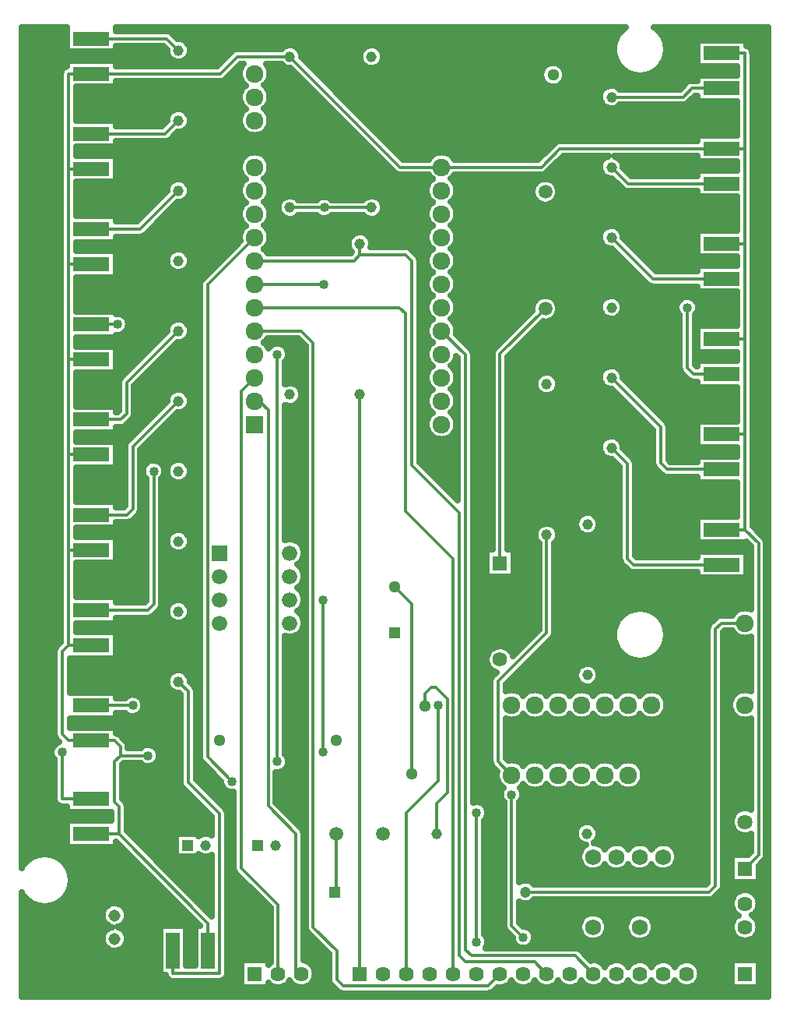
<source format=gbr>
G04 DipTrace 4.2.0.1*
G04 1 - Top.gbr*
%MOIN*%
G04 #@! TF.FileFunction,Copper,L1,Top*
G04 #@! TF.Part,Single*
G04 #@! TA.AperFunction,Conductor*
%ADD14C,0.012992*%
G04 #@! TA.AperFunction,CopperBalancing*
%ADD15C,0.025*%
G04 #@! TA.AperFunction,ComponentPad*
%ADD16C,0.050394*%
%ADD17R,0.050394X0.050394*%
%ADD18R,0.045276X0.045276*%
%ADD19C,0.045276*%
%ADD20R,0.047244X0.047244*%
%ADD21C,0.047244*%
%ADD22R,0.062598X0.062598*%
%ADD23C,0.062598*%
%ADD24R,0.06378X0.06378*%
%ADD25C,0.06378*%
%ADD28R,0.0644X0.0644*%
%ADD29C,0.0644*%
%ADD30R,0.075591X0.075591*%
%ADD31C,0.075591*%
%ADD32R,0.15748X0.059055*%
G04 #@! TA.AperFunction,ComponentPad*
%ADD33C,0.059055*%
%ADD34R,0.059055X0.15748*%
G04 #@! TA.AperFunction,ComponentPad*
%ADD35C,0.045669*%
%ADD37C,0.051496*%
%ADD38C,0.075591*%
%ADD41C,0.068005*%
%ADD44C,0.065997*%
%ADD45R,0.065997X0.065997*%
G04 #@! TA.AperFunction,ViaPad*
%ADD46C,0.04*%
%FSLAX26Y26*%
G04*
G70*
G90*
G75*
G01*
G04 Top*
%LPD*%
X1893701Y543701D2*
D14*
Y3020866D1*
X2220866Y1143701D2*
Y1270866D1*
X2268701Y1318701D1*
Y1718699D1*
X2218699Y1768701D1*
X2198820D1*
X2171260Y1741140D1*
Y1688740D1*
X1443701Y3293701D2*
X1643701D1*
X1693701Y3243701D1*
Y743701D1*
X1795079Y642323D1*
Y518307D1*
X1821063Y492323D1*
X2442323D1*
X2493701Y543701D1*
X2970866Y2793701D2*
X3039770Y2724797D1*
Y2319685D1*
X3065755Y2293701D1*
X3443701D1*
X2970866Y3093701D2*
X3182852Y2881715D1*
Y2727165D1*
X3208837Y2701181D1*
X3443701D1*
X3296157Y3393701D2*
Y3134646D1*
X3322142Y3108661D1*
X3443701D1*
X2970866Y3693701D2*
X3148425Y3516142D1*
X3443701D1*
X2970866Y3993701D2*
X3040945Y3923622D1*
X3443701D1*
X2970866Y4293701D2*
X3277642D1*
X3315043Y4331102D1*
X3443701D1*
X2229453Y1693701D2*
Y1367291D1*
X2093701Y1231538D1*
Y543701D1*
X2293701D2*
Y2317995D1*
X2090161Y2521535D1*
Y3367717D1*
X2064177Y3393701D1*
X1443701D1*
X2393701Y1232205D2*
Y680295D1*
X2543701Y1310295D2*
Y750039D1*
X2593701Y700039D1*
X2693701Y2420866D2*
Y2002005D1*
X2486417Y1794720D1*
Y1450984D1*
X2543701Y1393701D1*
X1738469Y3493701D2*
X1443701D1*
X1540472Y3193701D2*
Y1450984D1*
X2243701Y3293701D2*
X2345669Y3191732D1*
Y647047D1*
X2371654Y621063D1*
X2816339D1*
X2893701Y543701D1*
X1116535Y4493701D2*
X1066535Y4543701D1*
X743701D1*
X1116535Y4193701D2*
X1059055Y4136220D1*
X743701D1*
X1116535Y3893701D2*
X951575Y3728740D1*
X743701D1*
X855437Y3321260D2*
X743701D1*
X1116535Y3293701D2*
X894925Y3072091D1*
Y2939768D1*
X868937Y2913780D1*
X743701D1*
X1116535Y2993701D2*
X920909Y2798075D1*
Y2532283D1*
X894925Y2506299D1*
X743701D1*
X1010858Y2693701D2*
Y2124803D1*
X984874Y2098819D1*
X743701D1*
Y1691339D2*
X921354Y1691343D1*
X619492Y1490469D2*
Y1291732D1*
X743701D1*
X1116535Y1793701D2*
X1158862Y1751374D1*
Y1362528D1*
X1292720Y1228669D1*
Y545472D1*
X1093701D1*
Y643701D1*
X1943701Y3820866D2*
X1740992D1*
X1593701D1*
X2493701Y2300000D2*
Y3194016D1*
X2688181Y3388496D1*
X1346189Y1366732D2*
X1241213Y1471709D1*
Y3491213D1*
X1443701Y3693701D1*
X3543701Y2043701D2*
X3442346D1*
X3416361Y2017717D1*
Y919685D1*
X3390377Y893701D1*
X2603150D1*
X1793701Y1143701D2*
Y893701D1*
X1784252D1*
X1443701Y3593701D2*
X1867717D1*
X1893701Y3619685D1*
X2090163D1*
X2116146Y3593701D1*
Y2719776D1*
X2319685Y2516236D1*
Y621063D1*
X2345669Y595079D1*
X2642323D1*
X2693701Y543701D1*
X1893701Y3666535D2*
Y3619685D1*
X1543701Y543701D2*
Y837421D1*
X1385677Y995445D1*
Y3035677D1*
X1443701Y3093701D1*
Y2993701D2*
X1463189D1*
X1500984Y2955906D1*
Y1261417D1*
X1618701Y1143701D1*
Y543701D1*
X1643701D1*
X3543701Y993701D2*
X3600988Y1050988D1*
Y2384646D1*
X3541933Y2443701D1*
Y2851181D1*
Y3258661D1*
Y3666142D1*
Y4073622D1*
X3443701D1*
X743701Y4393701D2*
X645472D1*
Y3986220D1*
Y3578740D1*
Y3171260D1*
Y2763780D1*
Y2356295D1*
Y1948819D1*
X619488Y1922835D1*
Y1567323D1*
X645472Y1541339D1*
X743701D1*
X645472Y3171260D2*
X743701D1*
X3541933Y3666142D2*
X3443701D1*
X3541933Y4073622D2*
Y4481102D1*
X3443701D1*
X645472Y1948819D2*
X743701D1*
Y2763780D2*
X645472D1*
X743701Y1541339D2*
X841933D1*
X867917Y1515354D1*
Y1476969D1*
X841933Y1450984D1*
Y1279614D1*
X861933Y1259614D1*
Y1141732D1*
X1243701Y759965D1*
Y643701D1*
X2043701Y2198425D2*
X2116142Y2125984D1*
Y1398661D1*
X743701Y3986220D2*
X645472D1*
X743701Y2356299D2*
X645472Y2356295D1*
X867917Y1476969D2*
X986827D1*
X1734567Y2143701D2*
Y1490472D1*
X3443701Y3258661D2*
X3541933D1*
X861933Y1141732D2*
X743701D1*
X645472Y3578740D2*
X743701D1*
X1593701Y4466535D2*
X1367937D1*
X1295102Y4393701D1*
X743701D1*
X2243701Y3993701D2*
X2066535D1*
X1593701Y4466535D1*
X3443701Y4073622D2*
X2750791D1*
X2670870Y3993701D1*
X2243701D1*
X3443701Y2851181D2*
X3541933D1*
X3443701Y2443701D2*
X3541933D1*
D46*
X3296157Y3393701D3*
X2229453Y1693701D3*
X2393701Y680295D3*
Y1232205D3*
X2593701Y700039D3*
X2543701Y1310295D3*
X1738469Y3493701D3*
X1540472Y1450984D3*
Y3193701D3*
X855437Y3321260D3*
X1010858Y2693701D3*
X921354Y1691343D3*
X619492Y1490469D3*
X1740992Y3820866D3*
X1346189Y1366732D3*
X986827Y1476969D3*
X1734567Y1490472D3*
Y2143701D3*
X448080Y4566962D2*
D15*
X636531D1*
X1091627D2*
X3003794D1*
X3183604D2*
X3639339D1*
X448080Y4542093D2*
X636531D1*
X1125017D2*
X2988974D1*
X3198424D2*
X3639339D1*
X448080Y4517224D2*
X636531D1*
X1161744D2*
X2981545D1*
X3205852D2*
X3336529D1*
X3550860D2*
X3639339D1*
X448080Y4492356D2*
X636531D1*
X850862D2*
X1065294D1*
X1167773D2*
X1345836D1*
X1637568D2*
X1899835D1*
X1987566D2*
X2980020D1*
X3207377D2*
X3336529D1*
X3574831D2*
X3639339D1*
X448080Y4467487D2*
X1072919D1*
X1160148D2*
X1320538D1*
X1644944D2*
X1892442D1*
X1994958D2*
X2984147D1*
X3203249D2*
X3336529D1*
X3576858D2*
X3639339D1*
X448080Y4442618D2*
X636531D1*
X850862D2*
X1295671D1*
X1665971D2*
X1898703D1*
X1988696D2*
X2994661D1*
X3192753D2*
X3336529D1*
X3576858D2*
X3639339D1*
X448080Y4417749D2*
X621227D1*
X1367504D2*
X1382186D1*
X1505210D2*
X1594136D1*
X1690839D2*
X2676673D1*
X2765857D2*
X3014092D1*
X3173323D2*
X3507016D1*
X3576858D2*
X3639339D1*
X448080Y4392881D2*
X610551D1*
X1342636D2*
X1377486D1*
X1509911D2*
X1619005D1*
X1715706D2*
X2667810D1*
X2774720D2*
X3054659D1*
X3132738D2*
X3507016D1*
X3576858D2*
X3639339D1*
X448080Y4368012D2*
X610551D1*
X1317374D2*
X1382887D1*
X1504510D2*
X1643873D1*
X1740575D2*
X2672026D1*
X2770487D2*
X3336529D1*
X3576858D2*
X3639339D1*
X448080Y4343143D2*
X610551D1*
X850862D2*
X1401008D1*
X1486388D2*
X1668740D1*
X1765442D2*
X2695638D1*
X2746874D2*
X3278738D1*
X3576858D2*
X3639339D1*
X448080Y4318274D2*
X610551D1*
X680394D2*
X1382403D1*
X1504995D2*
X1693608D1*
X1790310D2*
X2926248D1*
X3576858D2*
X3639339D1*
X448080Y4293406D2*
X610551D1*
X680394D2*
X1377486D1*
X1509929D2*
X1718475D1*
X1815177D2*
X2919609D1*
X3576858D2*
X3639339D1*
X448080Y4268537D2*
X610551D1*
X680394D2*
X1382654D1*
X1504744D2*
X1743344D1*
X1840046D2*
X2926606D1*
X3300585D2*
X3507016D1*
X3576858D2*
X3639339D1*
X448080Y4243668D2*
X610551D1*
X680394D2*
X1401654D1*
X1485743D2*
X1768211D1*
X1864913D2*
X3507016D1*
X3576858D2*
X3639339D1*
X448080Y4218799D2*
X610551D1*
X680394D2*
X1072238D1*
X1160848D2*
X1382635D1*
X1504761D2*
X1793079D1*
X1889781D2*
X3507016D1*
X3576858D2*
X3639339D1*
X448080Y4193930D2*
X610551D1*
X680394D2*
X1065276D1*
X1167791D2*
X1377486D1*
X1509929D2*
X1817946D1*
X1914648D2*
X3507016D1*
X3576858D2*
X3639339D1*
X448080Y4169062D2*
X610551D1*
X850862D2*
X1043547D1*
X1161117D2*
X1382438D1*
X1504959D2*
X1842832D1*
X1939516D2*
X3507016D1*
X3576858D2*
X3639339D1*
X448080Y4144193D2*
X610551D1*
X1115382D2*
X1401080D1*
X1486318D2*
X1867699D1*
X1964402D2*
X3507016D1*
X3576858D2*
X3639339D1*
X448080Y4119324D2*
X610551D1*
X1090514D2*
X1892568D1*
X1989270D2*
X3336529D1*
X3576858D2*
X3639339D1*
X448080Y4094455D2*
X610551D1*
X850862D2*
X1917436D1*
X2014138D2*
X2723269D1*
X3576858D2*
X3639339D1*
X448080Y4069587D2*
X610551D1*
X680394D2*
X1942303D1*
X2039005D2*
X2698402D1*
X3576858D2*
X3639339D1*
X448080Y4044718D2*
X610551D1*
X680394D2*
X1403017D1*
X1484379D2*
X1967171D1*
X2063873D2*
X2203020D1*
X2284382D2*
X2673533D1*
X3576858D2*
X3639339D1*
X448080Y4019849D2*
X610551D1*
X850862D2*
X1383084D1*
X1504312D2*
X1992038D1*
X2745367D2*
X2927217D1*
X3014517D2*
X3336529D1*
X3576858D2*
X3639339D1*
X448080Y3994980D2*
X610551D1*
X850862D2*
X1377486D1*
X1509911D2*
X2016907D1*
X2720500D2*
X2919627D1*
X3022106D2*
X3507016D1*
X3576858D2*
X3639339D1*
X448080Y3970112D2*
X610551D1*
X850862D2*
X1382008D1*
X1505390D2*
X2041793D1*
X2695614D2*
X2925692D1*
X3042811D2*
X3336529D1*
X3576858D2*
X3639339D1*
X448080Y3945243D2*
X610551D1*
X850862D2*
X1399824D1*
X1487573D2*
X2199825D1*
X2287575D2*
X2962957D1*
X3576858D2*
X3639339D1*
X448080Y3920374D2*
X610551D1*
X680394D2*
X1073224D1*
X1159861D2*
X1383335D1*
X1504062D2*
X2183337D1*
X2304064D2*
X2640304D1*
X2736055D2*
X2995845D1*
X3576858D2*
X3639339D1*
X448080Y3895505D2*
X610551D1*
X680394D2*
X1065311D1*
X1167755D2*
X1377504D1*
X1509892D2*
X2177507D1*
X2309895D2*
X2630669D1*
X2745690D2*
X3022310D1*
X3576858D2*
X3639339D1*
X448080Y3870636D2*
X610551D1*
X680394D2*
X1045127D1*
X1161996D2*
X1381793D1*
X1505605D2*
X2181794D1*
X2305606D2*
X2633181D1*
X2743178D2*
X3336529D1*
X3576858D2*
X3639339D1*
X448080Y3845768D2*
X610551D1*
X680394D2*
X1020259D1*
X1127978D2*
X1399214D1*
X1488182D2*
X1549282D1*
X1988122D2*
X2199217D1*
X2288185D2*
X2650335D1*
X2726026D2*
X3507016D1*
X3576858D2*
X3639339D1*
X448080Y3820899D2*
X610551D1*
X680394D2*
X995391D1*
X1092075D2*
X1383568D1*
X1503828D2*
X1542446D1*
X1994958D2*
X2183571D1*
X2303831D2*
X3507016D1*
X3576858D2*
X3639339D1*
X448080Y3796030D2*
X610551D1*
X680394D2*
X970505D1*
X1067207D2*
X1377522D1*
X1509875D2*
X1549245D1*
X1988157D2*
X2177524D1*
X2309877D2*
X3507016D1*
X3576858D2*
X3639339D1*
X448080Y3771161D2*
X610551D1*
X850862D2*
X945638D1*
X1042340D2*
X1381594D1*
X1505802D2*
X2181597D1*
X2305804D2*
X3507016D1*
X3576858D2*
X3639339D1*
X448080Y3746293D2*
X610551D1*
X1017472D2*
X1398622D1*
X1488776D2*
X2198623D1*
X2288777D2*
X3507016D1*
X3576858D2*
X3639339D1*
X448080Y3721424D2*
X610551D1*
X992605D2*
X1383820D1*
X1503577D2*
X2183822D1*
X2303579D2*
X2928257D1*
X3013476D2*
X3336529D1*
X3576858D2*
X3639339D1*
X448080Y3696555D2*
X610551D1*
X957976D2*
X1377539D1*
X1509857D2*
X1852772D1*
X1934618D2*
X2177542D1*
X2309860D2*
X2919698D1*
X3022034D2*
X3336529D1*
X3576858D2*
X3639339D1*
X448080Y3671686D2*
X610551D1*
X680394D2*
X1373341D1*
X1506000D2*
X1842706D1*
X1944684D2*
X2181399D1*
X2306001D2*
X2924866D1*
X3041232D2*
X3336529D1*
X3576858D2*
X3639339D1*
X448080Y3646818D2*
X610551D1*
X680394D2*
X1348474D1*
X1489349D2*
X1846600D1*
X2110415D2*
X2198050D1*
X2289352D2*
X2954972D1*
X3066100D2*
X3336529D1*
X3576858D2*
X3639339D1*
X448080Y3621949D2*
X610551D1*
X850862D2*
X1074282D1*
X1158783D2*
X1323606D1*
X2136252D2*
X2184091D1*
X2303310D2*
X2994266D1*
X3090969D2*
X3336529D1*
X3576858D2*
X3639339D1*
X448080Y3597080D2*
X610551D1*
X850862D2*
X1065402D1*
X1167684D2*
X1298720D1*
X2150892D2*
X2177577D1*
X2309823D2*
X3019134D1*
X3115836D2*
X3507016D1*
X3576858D2*
X3639339D1*
X448080Y3572211D2*
X610551D1*
X850862D2*
X1070264D1*
X1162803D2*
X1273853D1*
X2151072D2*
X2181220D1*
X2306181D2*
X3044001D1*
X3140703D2*
X3507016D1*
X3576858D2*
X3639339D1*
X448080Y3547343D2*
X610551D1*
X850862D2*
X1098917D1*
X1134150D2*
X1248984D1*
X2151072D2*
X2197475D1*
X2289925D2*
X3068869D1*
X3576858D2*
X3639339D1*
X448080Y3522474D2*
X610551D1*
X680394D2*
X1224117D1*
X2151072D2*
X2184343D1*
X2303059D2*
X3093738D1*
X3576858D2*
X3639339D1*
X448080Y3497605D2*
X610551D1*
X680394D2*
X1206929D1*
X2151072D2*
X2177596D1*
X2309806D2*
X3118605D1*
X3576858D2*
X3639339D1*
X448080Y3472736D2*
X610551D1*
X680394D2*
X1206282D1*
X2151072D2*
X2181022D1*
X2306378D2*
X3336529D1*
X3576858D2*
X3639339D1*
X448080Y3447867D2*
X610551D1*
X680394D2*
X1206282D1*
X2151072D2*
X2196937D1*
X2290463D2*
X3507016D1*
X3576858D2*
X3639339D1*
X448080Y3422999D2*
X610551D1*
X680394D2*
X1206282D1*
X2151072D2*
X2184612D1*
X2302790D2*
X2642278D1*
X2734100D2*
X2929387D1*
X3012346D2*
X3258283D1*
X3334030D2*
X3507016D1*
X3576858D2*
X3639339D1*
X448080Y3398130D2*
X610551D1*
X680394D2*
X1206282D1*
X2151072D2*
X2177631D1*
X2309769D2*
X2631064D1*
X2745295D2*
X2919806D1*
X3021927D2*
X3247949D1*
X3344365D2*
X3507016D1*
X3576858D2*
X3639339D1*
X448080Y3373261D2*
X610551D1*
X850862D2*
X1206282D1*
X2151072D2*
X2180844D1*
X2306558D2*
X2624587D1*
X2744004D2*
X2924094D1*
X3017639D2*
X3252525D1*
X3339789D2*
X3507016D1*
X3576858D2*
X3639339D1*
X448080Y3348392D2*
X610551D1*
X894982D2*
X1206282D1*
X2151072D2*
X2196399D1*
X2291001D2*
X2599719D1*
X2728987D2*
X2950344D1*
X2991390D2*
X3261244D1*
X3331087D2*
X3507016D1*
X3576858D2*
X3639339D1*
X448080Y3323524D2*
X610551D1*
X903808D2*
X1075467D1*
X1157618D2*
X1206282D1*
X2151072D2*
X2184898D1*
X2302503D2*
X2574852D1*
X2671554D2*
X3261244D1*
X3331087D2*
X3507016D1*
X3576858D2*
X3639339D1*
X448080Y3298655D2*
X610551D1*
X897906D2*
X1065528D1*
X1167539D2*
X1206282D1*
X2151072D2*
X2177668D1*
X2309734D2*
X2549984D1*
X2646686D2*
X3261244D1*
X3576858D2*
X3639339D1*
X448080Y3273786D2*
X610551D1*
X850862D2*
X1048266D1*
X1163539D2*
X1206282D1*
X2151072D2*
X2180664D1*
X2311958D2*
X2525117D1*
X2621819D2*
X3261244D1*
X3576858D2*
X3639339D1*
X448080Y3248917D2*
X610551D1*
X680394D2*
X1023399D1*
X1138331D2*
X1206282D1*
X1491538D2*
X1640140D1*
X2151072D2*
X2195879D1*
X2336825D2*
X2500248D1*
X2596950D2*
X3261244D1*
X3576858D2*
X3639339D1*
X448080Y3224049D2*
X610551D1*
X850862D2*
X998531D1*
X1095234D2*
X1206282D1*
X1577445D2*
X1658782D1*
X2151072D2*
X2185168D1*
X2361711D2*
X2475381D1*
X2572083D2*
X3261244D1*
X3576858D2*
X3639339D1*
X448080Y3199180D2*
X610551D1*
X850862D2*
X973664D1*
X1070365D2*
X1206282D1*
X1588570D2*
X1658782D1*
X2151072D2*
X2177722D1*
X2379726D2*
X2459197D1*
X2547215D2*
X3261244D1*
X3331087D2*
X3507016D1*
X3576858D2*
X3639339D1*
X448080Y3174311D2*
X610551D1*
X850862D2*
X948795D1*
X1045497D2*
X1206282D1*
X1584604D2*
X1658782D1*
X2151072D2*
X2180503D1*
X2380587D2*
X2458785D1*
X2528627D2*
X3261244D1*
X3331087D2*
X3507016D1*
X3576858D2*
X3639339D1*
X448080Y3149442D2*
X610551D1*
X850862D2*
X923928D1*
X1020630D2*
X1206282D1*
X1575399D2*
X1658782D1*
X2151072D2*
X2195358D1*
X2292042D2*
X2310744D1*
X2380587D2*
X2458785D1*
X2528627D2*
X3261244D1*
X3576858D2*
X3639339D1*
X448080Y3124573D2*
X610551D1*
X850862D2*
X899060D1*
X995762D2*
X1206282D1*
X1575399D2*
X1658782D1*
X2151072D2*
X2185454D1*
X2380587D2*
X2458785D1*
X2528627D2*
X2930626D1*
X3011108D2*
X3262841D1*
X3576858D2*
X3639339D1*
X448080Y3099705D2*
X610551D1*
X680394D2*
X874193D1*
X970895D2*
X1206282D1*
X1575399D2*
X1658782D1*
X2151072D2*
X2177757D1*
X2380587D2*
X2458785D1*
X2528627D2*
X2655466D1*
X2731946D2*
X2919986D1*
X3021748D2*
X3282739D1*
X3576858D2*
X3639339D1*
X448080Y3074836D2*
X610551D1*
X680394D2*
X860126D1*
X946026D2*
X1206282D1*
X1575399D2*
X1658782D1*
X2151072D2*
X2180341D1*
X2380587D2*
X2458785D1*
X2528627D2*
X2643157D1*
X2744255D2*
X2923395D1*
X3038075D2*
X3336529D1*
X3576858D2*
X3639339D1*
X448080Y3049967D2*
X610551D1*
X680394D2*
X860000D1*
X929843D2*
X1206282D1*
X1635325D2*
X1658782D1*
X2151072D2*
X2194856D1*
X2292545D2*
X2310744D1*
X2380587D2*
X2458785D1*
X2528627D2*
X2645346D1*
X2742066D2*
X2946810D1*
X3062942D2*
X3507016D1*
X3576858D2*
X3639339D1*
X448080Y3025098D2*
X610551D1*
X680394D2*
X860000D1*
X929843D2*
X1076723D1*
X1156344D2*
X1206282D1*
X1644782D2*
X1658782D1*
X2151072D2*
X2185760D1*
X2380587D2*
X2458785D1*
X2528627D2*
X2665495D1*
X2721899D2*
X2991126D1*
X3087810D2*
X3507016D1*
X3576858D2*
X3639339D1*
X448080Y3000230D2*
X610551D1*
X680394D2*
X860000D1*
X929843D2*
X1065706D1*
X1167361D2*
X1206282D1*
X1640386D2*
X1658782D1*
X2151072D2*
X2177811D1*
X2380587D2*
X2458785D1*
X2528627D2*
X3015993D1*
X3112696D2*
X3507016D1*
X3576858D2*
X3639339D1*
X448080Y2975361D2*
X610551D1*
X680394D2*
X860000D1*
X929843D2*
X1049845D1*
X1164220D2*
X1206282D1*
X1613724D2*
X1658782D1*
X2151072D2*
X2180180D1*
X2380587D2*
X2458785D1*
X2528627D2*
X3040862D1*
X3137564D2*
X3507016D1*
X3576858D2*
X3639339D1*
X448080Y2950492D2*
X610551D1*
X929843D2*
X1024978D1*
X1141631D2*
X1206282D1*
X1575399D2*
X1658782D1*
X2151072D2*
X2194371D1*
X2293029D2*
X2310744D1*
X2380587D2*
X2458785D1*
X2528627D2*
X3065730D1*
X3162432D2*
X3507016D1*
X3576858D2*
X3639339D1*
X448080Y2925623D2*
X610551D1*
X926596D2*
X1000110D1*
X1096812D2*
X1206282D1*
X1575399D2*
X1658782D1*
X2151072D2*
X2186046D1*
X2380587D2*
X2458785D1*
X2528627D2*
X3090597D1*
X3187299D2*
X3507016D1*
X3576858D2*
X3639339D1*
X448080Y2900755D2*
X610551D1*
X904257D2*
X975243D1*
X1071945D2*
X1206282D1*
X1575399D2*
X1658782D1*
X2151072D2*
X2177865D1*
X2380587D2*
X2458785D1*
X2528627D2*
X3115465D1*
X3211593D2*
X3336529D1*
X3576858D2*
X3639339D1*
X448080Y2875886D2*
X610551D1*
X850862D2*
X950374D1*
X1047076D2*
X1206282D1*
X1575399D2*
X1658782D1*
X2151072D2*
X2180018D1*
X2380587D2*
X2458785D1*
X2528627D2*
X3140332D1*
X3217765D2*
X3336529D1*
X3576858D2*
X3639339D1*
X448080Y2851017D2*
X610551D1*
X680394D2*
X925507D1*
X1022209D2*
X1206282D1*
X1575399D2*
X1658782D1*
X2151072D2*
X2193887D1*
X2293514D2*
X2310744D1*
X2380587D2*
X2458785D1*
X2528627D2*
X3147923D1*
X3217765D2*
X3336529D1*
X3576858D2*
X3639339D1*
X448080Y2826148D2*
X610551D1*
X680394D2*
X900639D1*
X997341D2*
X1206282D1*
X1575399D2*
X1658782D1*
X2151072D2*
X2310744D1*
X2380587D2*
X2458785D1*
X2528627D2*
X2931971D1*
X3009762D2*
X3147923D1*
X3217765D2*
X3336529D1*
X3576858D2*
X3639339D1*
X448080Y2801280D2*
X610551D1*
X850862D2*
X886142D1*
X972474D2*
X1206282D1*
X1575399D2*
X1658782D1*
X2151072D2*
X2310744D1*
X2380587D2*
X2458785D1*
X2528627D2*
X2920201D1*
X3021533D2*
X3147923D1*
X3217765D2*
X3336529D1*
X3576858D2*
X3639339D1*
X448080Y2776411D2*
X610551D1*
X850862D2*
X885980D1*
X955823D2*
X1206282D1*
X1575399D2*
X1658782D1*
X2151072D2*
X2310744D1*
X2380587D2*
X2458785D1*
X2528627D2*
X2922766D1*
X3036514D2*
X3147923D1*
X3217765D2*
X3507016D1*
X3576858D2*
X3639339D1*
X448080Y2751542D2*
X610551D1*
X850862D2*
X885980D1*
X955823D2*
X1206282D1*
X1575399D2*
X1658782D1*
X2151072D2*
X2310744D1*
X2380587D2*
X2458785D1*
X2528627D2*
X2943866D1*
X3061382D2*
X3147923D1*
X3217765D2*
X3336529D1*
X3576858D2*
X3639339D1*
X448080Y2726673D2*
X610551D1*
X850862D2*
X885980D1*
X955823D2*
X976391D1*
X1045319D2*
X1078122D1*
X1154962D2*
X1206282D1*
X1575399D2*
X1658782D1*
X2157602D2*
X2310744D1*
X2380587D2*
X2458785D1*
X2528627D2*
X2989547D1*
X3074640D2*
X3147940D1*
X3576858D2*
X3639339D1*
X448080Y2701804D2*
X610551D1*
X680394D2*
X885980D1*
X1167109D2*
X1206282D1*
X1575399D2*
X1658782D1*
X2182470D2*
X2310744D1*
X2380587D2*
X2458785D1*
X2528627D2*
X3004852D1*
X3074694D2*
X3159853D1*
X3576858D2*
X3639339D1*
X448080Y2676936D2*
X610551D1*
X680394D2*
X885980D1*
X1164831D2*
X1206282D1*
X1575399D2*
X1658782D1*
X2207339D2*
X2310744D1*
X2380587D2*
X2458785D1*
X2528627D2*
X3004852D1*
X3074694D2*
X3184811D1*
X3576858D2*
X3639339D1*
X448080Y2652067D2*
X610551D1*
X680394D2*
X885980D1*
X955823D2*
X975942D1*
X1045785D2*
X1088655D1*
X1144412D2*
X1206282D1*
X1575399D2*
X1658782D1*
X2232206D2*
X2310744D1*
X2380587D2*
X2458785D1*
X2528627D2*
X3004852D1*
X3074694D2*
X3336529D1*
X3576858D2*
X3639339D1*
X448080Y2627198D2*
X610551D1*
X680394D2*
X885980D1*
X955823D2*
X975942D1*
X1045785D2*
X1206282D1*
X1575399D2*
X1658782D1*
X2257073D2*
X2310744D1*
X2380587D2*
X2458785D1*
X2528627D2*
X3004852D1*
X3074694D2*
X3507016D1*
X3576858D2*
X3639339D1*
X448080Y2602329D2*
X610551D1*
X680394D2*
X885980D1*
X955823D2*
X975942D1*
X1045785D2*
X1206282D1*
X1575399D2*
X1658782D1*
X2281941D2*
X2310744D1*
X2380587D2*
X2458785D1*
X2528627D2*
X3004852D1*
X3074694D2*
X3507016D1*
X3576858D2*
X3639339D1*
X448080Y2577461D2*
X610551D1*
X680394D2*
X885980D1*
X955823D2*
X975942D1*
X1045785D2*
X1206282D1*
X1575399D2*
X1658782D1*
X2380587D2*
X2458785D1*
X2528627D2*
X3004852D1*
X3074694D2*
X3507016D1*
X3576858D2*
X3639339D1*
X448080Y2552592D2*
X610551D1*
X850862D2*
X885980D1*
X955823D2*
X975942D1*
X1045785D2*
X1206282D1*
X1575399D2*
X1658782D1*
X2380587D2*
X2458785D1*
X2528627D2*
X3004852D1*
X3074694D2*
X3507016D1*
X3576858D2*
X3639339D1*
X448080Y2527723D2*
X610551D1*
X955500D2*
X975942D1*
X1045785D2*
X1206282D1*
X1575399D2*
X1658782D1*
X2380587D2*
X2458785D1*
X2528627D2*
X3004852D1*
X3074694D2*
X3507016D1*
X3576858D2*
X3639339D1*
X448080Y2502854D2*
X610551D1*
X939837D2*
X975942D1*
X1045785D2*
X1206282D1*
X1575399D2*
X1658782D1*
X2380587D2*
X2458785D1*
X2528627D2*
X2833667D1*
X2903743D2*
X3004852D1*
X3074694D2*
X3507016D1*
X3576858D2*
X3639339D1*
X448080Y2477986D2*
X610551D1*
X913228D2*
X975942D1*
X1045785D2*
X1206282D1*
X1575399D2*
X1658782D1*
X2380587D2*
X2458785D1*
X2528627D2*
X2818810D1*
X2918598D2*
X3004852D1*
X3074694D2*
X3336529D1*
X3576858D2*
X3639339D1*
X448080Y2453117D2*
X610551D1*
X850862D2*
X975942D1*
X1045785D2*
X1206282D1*
X1575399D2*
X1658782D1*
X2380587D2*
X2458785D1*
X2528627D2*
X2654622D1*
X2732772D2*
X2819331D1*
X2918079D2*
X3004852D1*
X3074694D2*
X3336529D1*
X3580860D2*
X3639339D1*
X448080Y2428248D2*
X610551D1*
X680394D2*
X975942D1*
X1045785D2*
X1079630D1*
X1153437D2*
X1206282D1*
X1575399D2*
X1658782D1*
X2380587D2*
X2458785D1*
X2528627D2*
X2642996D1*
X2744399D2*
X2836017D1*
X2901392D2*
X3004852D1*
X3074694D2*
X3336529D1*
X3605744D2*
X3639339D1*
X448080Y2403379D2*
X610551D1*
X850862D2*
X975942D1*
X1045785D2*
X1066244D1*
X1166822D2*
X1206282D1*
X1575399D2*
X1658782D1*
X2380587D2*
X2458785D1*
X2528627D2*
X2645688D1*
X2741726D2*
X3004852D1*
X3074694D2*
X3336529D1*
X448080Y2378510D2*
X610551D1*
X850862D2*
X975942D1*
X1045785D2*
X1067698D1*
X1165369D2*
X1206282D1*
X1643741D2*
X1658782D1*
X2380587D2*
X2458785D1*
X2528627D2*
X2658785D1*
X2728627D2*
X3004852D1*
X3074694D2*
X3558778D1*
X448080Y2353642D2*
X610551D1*
X850862D2*
X975942D1*
X1045785D2*
X1086232D1*
X1146835D2*
X1206282D1*
X2380587D2*
X2433970D1*
X2553423D2*
X2658785D1*
X2728627D2*
X3004852D1*
X3074694D2*
X3566063D1*
X448080Y2328773D2*
X610551D1*
X850862D2*
X975942D1*
X1045785D2*
X1206282D1*
X2380587D2*
X2433970D1*
X2553423D2*
X2658785D1*
X2728627D2*
X3004852D1*
X3079037D2*
X3336529D1*
X3550860D2*
X3566063D1*
X448080Y2303904D2*
X610551D1*
X850862D2*
X975942D1*
X1045785D2*
X1206282D1*
X1639650D2*
X1658782D1*
X2380587D2*
X2433970D1*
X2553423D2*
X2658785D1*
X2728627D2*
X3008942D1*
X3550860D2*
X3566063D1*
X448080Y2279035D2*
X610551D1*
X680394D2*
X975942D1*
X1045785D2*
X1206282D1*
X1643346D2*
X1658782D1*
X2380587D2*
X2433970D1*
X2553423D2*
X2658785D1*
X2728627D2*
X3032070D1*
X3550860D2*
X3566063D1*
X448080Y2254167D2*
X610551D1*
X680394D2*
X975942D1*
X1045785D2*
X1206282D1*
X2380587D2*
X2433970D1*
X2553423D2*
X2658785D1*
X2728627D2*
X3336529D1*
X3550860D2*
X3566063D1*
X448080Y2229298D2*
X610551D1*
X680394D2*
X975942D1*
X1045785D2*
X1206282D1*
X2380587D2*
X2658785D1*
X2728627D2*
X3566063D1*
X448080Y2204429D2*
X610551D1*
X680394D2*
X975942D1*
X1045785D2*
X1206282D1*
X1640135D2*
X1658782D1*
X2380587D2*
X2658785D1*
X2728627D2*
X3566063D1*
X448080Y2179560D2*
X610551D1*
X680394D2*
X975942D1*
X1045785D2*
X1206282D1*
X1642951D2*
X1658782D1*
X2380587D2*
X2658785D1*
X2728627D2*
X3566063D1*
X448080Y2154692D2*
X610551D1*
X680394D2*
X975942D1*
X1045785D2*
X1206282D1*
X2380587D2*
X2658785D1*
X2728627D2*
X3566063D1*
X448080Y2129823D2*
X610551D1*
X1045785D2*
X1081280D1*
X1151786D2*
X1206282D1*
X2380587D2*
X2658785D1*
X2728627D2*
X3566063D1*
X448080Y2104954D2*
X610551D1*
X1038984D2*
X1066585D1*
X1166482D2*
X1206282D1*
X1640601D2*
X1658782D1*
X2380587D2*
X2658785D1*
X2728627D2*
X3087386D1*
X3100029D2*
X3523647D1*
X448080Y2080085D2*
X610551D1*
X1014493D2*
X1067214D1*
X1165853D2*
X1206282D1*
X1642556D2*
X1658782D1*
X2380587D2*
X2658785D1*
X2728627D2*
X3020982D1*
X3166415D2*
X3488894D1*
X448080Y2055217D2*
X610551D1*
X850862D2*
X1084097D1*
X1148970D2*
X1206282D1*
X2380587D2*
X2658785D1*
X2728627D2*
X2998429D1*
X3188986D2*
X3405517D1*
X448080Y2030348D2*
X610551D1*
X680394D2*
X1206282D1*
X2380587D2*
X2658785D1*
X2728627D2*
X2986084D1*
X3201312D2*
X3384004D1*
X448080Y2005479D2*
X610551D1*
X680394D2*
X1206282D1*
X1641050D2*
X1658782D1*
X2380587D2*
X2648827D1*
X2728627D2*
X2980504D1*
X3206892D2*
X3381438D1*
X3452483D2*
X3490222D1*
X448080Y1980610D2*
X610551D1*
X850862D2*
X1206282D1*
X1575399D2*
X1658782D1*
X2380587D2*
X2623959D1*
X2720554D2*
X2980648D1*
X3206748D2*
X3381438D1*
X3451281D2*
X3532260D1*
X448080Y1955741D2*
X604038D1*
X850862D2*
X1206282D1*
X1575399D2*
X1658782D1*
X2380587D2*
X2599092D1*
X2695794D2*
X2986551D1*
X3200845D2*
X3381438D1*
X3451281D2*
X3566063D1*
X448080Y1930873D2*
X585576D1*
X850862D2*
X1206282D1*
X1575399D2*
X1658782D1*
X2380587D2*
X2453993D1*
X2533417D2*
X2574223D1*
X2670925D2*
X2999308D1*
X3188089D2*
X3381438D1*
X3451281D2*
X3566063D1*
X448080Y1906004D2*
X584571D1*
X850862D2*
X1206282D1*
X1575399D2*
X1658782D1*
X2380587D2*
X2437092D1*
X2646058D2*
X3022633D1*
X3164764D2*
X3381438D1*
X3451281D2*
X3566063D1*
X448080Y1881135D2*
X584571D1*
X654413D2*
X1206282D1*
X1575399D2*
X1658782D1*
X2380587D2*
X2434329D1*
X2621190D2*
X3381438D1*
X3451281D2*
X3566063D1*
X448080Y1856266D2*
X584571D1*
X654413D2*
X1206282D1*
X1575399D2*
X1658782D1*
X2380587D2*
X2443193D1*
X2596304D2*
X2832661D1*
X2904730D2*
X3381438D1*
X3451281D2*
X3566063D1*
X448080Y1831398D2*
X584571D1*
X654413D2*
X1083110D1*
X1149957D2*
X1206282D1*
X1575399D2*
X1658782D1*
X2380587D2*
X2474735D1*
X2571437D2*
X2818594D1*
X2918814D2*
X3381438D1*
X3451281D2*
X3566063D1*
X448080Y1806529D2*
X584571D1*
X654413D2*
X1066999D1*
X1166087D2*
X1206282D1*
X1575399D2*
X1658782D1*
X2380587D2*
X2453724D1*
X2546570D2*
X2819600D1*
X2917808D2*
X3381438D1*
X3451281D2*
X3566063D1*
X448080Y1781660D2*
X584571D1*
X654413D2*
X1066783D1*
X1176924D2*
X1206282D1*
X1575399D2*
X1658782D1*
X2380587D2*
X2451500D1*
X2521701D2*
X2837219D1*
X2900190D2*
X3381438D1*
X3451281D2*
X3566063D1*
X448080Y1756791D2*
X584571D1*
X654413D2*
X1082177D1*
X1193323D2*
X1206282D1*
X1575399D2*
X1658782D1*
X2380587D2*
X2451500D1*
X2555146D2*
X2632266D1*
X2655136D2*
X2732257D1*
X2755146D2*
X2832266D1*
X2855138D2*
X2932259D1*
X2955147D2*
X3032268D1*
X3055138D2*
X3132259D1*
X3155147D2*
X3381438D1*
X3451281D2*
X3532260D1*
X448080Y1731923D2*
X584571D1*
X850862D2*
X897356D1*
X945364D2*
X1123946D1*
X1575399D2*
X1658782D1*
X2380587D2*
X2451500D1*
X3197185D2*
X3381438D1*
X3451281D2*
X3490222D1*
X448080Y1707054D2*
X584571D1*
X967001D2*
X1123946D1*
X1575399D2*
X1658782D1*
X2380587D2*
X2451500D1*
X3208507D2*
X3381438D1*
X3451281D2*
X3478900D1*
X448080Y1682185D2*
X584571D1*
X968849D2*
X1123946D1*
X1575399D2*
X1658782D1*
X2380587D2*
X2451500D1*
X3208866D2*
X3381438D1*
X3451281D2*
X3478524D1*
X448080Y1657316D2*
X584571D1*
X850862D2*
X888008D1*
X954693D2*
X1123946D1*
X1575399D2*
X1658782D1*
X2380587D2*
X2451500D1*
X3198513D2*
X3381438D1*
X3451281D2*
X3488894D1*
X448080Y1632448D2*
X584571D1*
X654413D2*
X1123946D1*
X1575399D2*
X1658782D1*
X2380587D2*
X2451500D1*
X2563757D2*
X2623636D1*
X2663766D2*
X2723646D1*
X2763759D2*
X2823636D1*
X2863768D2*
X2923646D1*
X2963759D2*
X3023638D1*
X3063768D2*
X3123647D1*
X3163759D2*
X3381438D1*
X3451281D2*
X3523647D1*
X448080Y1607579D2*
X584571D1*
X654413D2*
X1123946D1*
X1575399D2*
X1658782D1*
X2380587D2*
X2451500D1*
X2521343D2*
X3381438D1*
X3451281D2*
X3566063D1*
X448080Y1582710D2*
X584571D1*
X850862D2*
X1123946D1*
X1575399D2*
X1658782D1*
X2380587D2*
X2451500D1*
X2521343D2*
X3381438D1*
X3451281D2*
X3566063D1*
X448080Y1557841D2*
X585988D1*
X873774D2*
X1123946D1*
X1575399D2*
X1658782D1*
X2380587D2*
X2451500D1*
X2521343D2*
X3381438D1*
X3451281D2*
X3566063D1*
X448080Y1532972D2*
X599606D1*
X897636D2*
X1123946D1*
X1575399D2*
X1658782D1*
X2380587D2*
X2451500D1*
X2521343D2*
X3381438D1*
X3451281D2*
X3566063D1*
X448080Y1508104D2*
X574596D1*
X1023088D2*
X1123946D1*
X1575399D2*
X1658782D1*
X2380587D2*
X2451500D1*
X2521343D2*
X3381438D1*
X3451281D2*
X3566063D1*
X448080Y1483235D2*
X571635D1*
X1034822D2*
X1123946D1*
X1575668D2*
X1658782D1*
X2380587D2*
X2451500D1*
X2521343D2*
X3381438D1*
X3451281D2*
X3566063D1*
X448080Y1458366D2*
X584159D1*
X1031323D2*
X1123946D1*
X1193789D2*
X1209172D1*
X1588299D2*
X1658782D1*
X2380587D2*
X2451500D1*
X2527388D2*
X3381438D1*
X3451281D2*
X3566063D1*
X448080Y1433497D2*
X584571D1*
X876860D2*
X969518D1*
X1004142D2*
X1123946D1*
X1193789D2*
X1231079D1*
X1585448D2*
X1658782D1*
X2380587D2*
X2456613D1*
X3095974D2*
X3381438D1*
X3451281D2*
X3566063D1*
X448080Y1408629D2*
X584571D1*
X876860D2*
X1123946D1*
X1193789D2*
X1255946D1*
X1560723D2*
X1658782D1*
X2380587D2*
X2479256D1*
X3108156D2*
X3381438D1*
X3451281D2*
X3566063D1*
X448080Y1383760D2*
X584571D1*
X876860D2*
X1123946D1*
X1193789D2*
X1280814D1*
X1535909D2*
X1658782D1*
X2380587D2*
X2478269D1*
X3109143D2*
X3381438D1*
X3451281D2*
X3566063D1*
X448080Y1358891D2*
X584571D1*
X876860D2*
X1124144D1*
X1210852D2*
X1298433D1*
X1535909D2*
X1658782D1*
X2380587D2*
X2487832D1*
X3099580D2*
X3381438D1*
X3451281D2*
X3566063D1*
X448080Y1334022D2*
X584571D1*
X876860D2*
X1139018D1*
X1235719D2*
X1311459D1*
X1535909D2*
X1658782D1*
X2380587D2*
X2501881D1*
X2585521D2*
X2618864D1*
X2668539D2*
X2718873D1*
X2768530D2*
X2818864D1*
X2868539D2*
X2918874D1*
X2968531D2*
X3018865D1*
X3068541D2*
X3381438D1*
X3451281D2*
X3566063D1*
X448080Y1309154D2*
X584571D1*
X876860D2*
X1163886D1*
X1260588D2*
X1350752D1*
X1535909D2*
X1658782D1*
X2380587D2*
X2495297D1*
X2592106D2*
X3381438D1*
X3451281D2*
X3566063D1*
X448080Y1284285D2*
X585432D1*
X885615D2*
X1188753D1*
X1285455D2*
X1350752D1*
X1535909D2*
X1658782D1*
X2380587D2*
X2503353D1*
X2584050D2*
X3381438D1*
X3451281D2*
X3566063D1*
X448080Y1259416D2*
X614391D1*
X896848D2*
X1213621D1*
X1310323D2*
X1350752D1*
X1551339D2*
X1658782D1*
X2433193D2*
X2508770D1*
X2578614D2*
X3381438D1*
X3451281D2*
X3566063D1*
X448080Y1234547D2*
X827005D1*
X896848D2*
X1238488D1*
X1327098D2*
X1350752D1*
X1576207D2*
X1658782D1*
X2442075D2*
X2508770D1*
X2578614D2*
X3381438D1*
X3451281D2*
X3499839D1*
X448080Y1209678D2*
X827005D1*
X896848D2*
X1257794D1*
X1327636D2*
X1350752D1*
X1601075D2*
X1658782D1*
X2436226D2*
X2508770D1*
X2578614D2*
X3381438D1*
X3451281D2*
X3485306D1*
X448080Y1184810D2*
X636531D1*
X896848D2*
X1257794D1*
X1327636D2*
X1350752D1*
X1625942D2*
X1658782D1*
X2428618D2*
X2508770D1*
X2578614D2*
X2837811D1*
X2895256D2*
X3381438D1*
X3451281D2*
X3483762D1*
X448080Y1159941D2*
X636531D1*
X896848D2*
X1257794D1*
X1327636D2*
X1350752D1*
X2428618D2*
X2508770D1*
X2578614D2*
X2818056D1*
X2915010D2*
X3381438D1*
X3451281D2*
X3493882D1*
X448080Y1135072D2*
X636531D1*
X916942D2*
X1103259D1*
X1327636D2*
X1350752D1*
X2428618D2*
X2508770D1*
X2578614D2*
X2816047D1*
X2917020D2*
X3381438D1*
X3451281D2*
X3566063D1*
X448080Y1110203D2*
X636531D1*
X941810D2*
X1103259D1*
X1327636D2*
X1350752D1*
X2428618D2*
X2508770D1*
X2578614D2*
X2828606D1*
X2904461D2*
X3381438D1*
X3451281D2*
X3566063D1*
X448080Y1085335D2*
X869976D1*
X966678D2*
X1103259D1*
X1327636D2*
X1350752D1*
X2428618D2*
X2508770D1*
X2578614D2*
X2848092D1*
X3239314D2*
X3381438D1*
X3451281D2*
X3566063D1*
X448080Y1060466D2*
X894844D1*
X991546D2*
X1103259D1*
X1327636D2*
X1350752D1*
X2428618D2*
X2508770D1*
X2578614D2*
X2833667D1*
X3253739D2*
X3381438D1*
X3451281D2*
X3562115D1*
X448080Y1035597D2*
X478371D1*
X609021D2*
X919711D1*
X1016413D2*
X1257794D1*
X1327636D2*
X1350752D1*
X2428618D2*
X2508770D1*
X2578614D2*
X2831819D1*
X3255587D2*
X3381438D1*
X3451281D2*
X3483080D1*
X635072Y1010728D2*
X944579D1*
X1041281D2*
X1257794D1*
X1327636D2*
X1350752D1*
X2428618D2*
X2508770D1*
X2578614D2*
X2841167D1*
X3246239D2*
X3381438D1*
X3451281D2*
X3483080D1*
X3609081D2*
X3639339D1*
X649228Y985860D2*
X969448D1*
X1066150D2*
X1257794D1*
X1327636D2*
X1352206D1*
X2428618D2*
X2508770D1*
X2578614D2*
X2875525D1*
X2911870D2*
X2975517D1*
X3011879D2*
X3075526D1*
X3111870D2*
X3175517D1*
X3211879D2*
X3381438D1*
X3451281D2*
X3483080D1*
X3604327D2*
X3639339D1*
X656172Y960991D2*
X994333D1*
X1091017D2*
X1257794D1*
X1327636D2*
X1371781D1*
X2428618D2*
X2508770D1*
X2578614D2*
X3381438D1*
X3451281D2*
X3483080D1*
X3604327D2*
X3639339D1*
X657266Y936122D2*
X1019201D1*
X1115903D2*
X1257794D1*
X1327636D2*
X1396648D1*
X2428618D2*
X2508770D1*
X2631256D2*
X3381438D1*
X3451281D2*
X3483080D1*
X3604327D2*
X3639339D1*
X652692Y911253D2*
X1044068D1*
X1140770D2*
X1257794D1*
X1327636D2*
X1421516D1*
X2428618D2*
X2508770D1*
X3450169D2*
X3639339D1*
X641621Y886385D2*
X1068936D1*
X1165638D2*
X1257794D1*
X1327636D2*
X1446383D1*
X2428618D2*
X2508770D1*
X3431420D2*
X3502207D1*
X3585201D2*
X3639339D1*
X448080Y861516D2*
X466118D1*
X621293D2*
X1093803D1*
X1190505D2*
X1257794D1*
X1327636D2*
X1471252D1*
X2428618D2*
X2508770D1*
X3396791D2*
X3486202D1*
X3601205D2*
X3639339D1*
X448080Y836647D2*
X510685D1*
X576724D2*
X812471D1*
X874940D2*
X1118672D1*
X1215374D2*
X1257794D1*
X1327636D2*
X1496119D1*
X2428618D2*
X2508770D1*
X2578614D2*
X3483816D1*
X3603592D2*
X3639339D1*
X448080Y811778D2*
X792789D1*
X894605D2*
X1143539D1*
X1240241D2*
X1257794D1*
X1327636D2*
X1508786D1*
X2428618D2*
X2508770D1*
X2578614D2*
X3493003D1*
X3594406D2*
X3639339D1*
X448080Y786909D2*
X789972D1*
X897421D2*
X1168407D1*
X1327636D2*
X1508786D1*
X2428618D2*
X2508770D1*
X2578614D2*
X2849671D1*
X2937724D2*
X3049671D1*
X3137726D2*
X3502781D1*
X3584609D2*
X3639339D1*
X448080Y762041D2*
X800361D1*
X887033D2*
X1193274D1*
X1327636D2*
X1508786D1*
X2428618D2*
X2508770D1*
X2580049D2*
X2834151D1*
X2953244D2*
X3034151D1*
X3153245D2*
X3486364D1*
X3601026D2*
X3639339D1*
X448080Y737172D2*
X813261D1*
X874133D2*
X1035743D1*
X1151661D2*
X1185757D1*
X1327636D2*
X1508786D1*
X2428618D2*
X2511445D1*
X2623218D2*
X2831621D1*
X2955774D2*
X3031622D1*
X3155776D2*
X3483762D1*
X3603646D2*
X3639339D1*
X448080Y712303D2*
X792987D1*
X894407D2*
X1035743D1*
X1151661D2*
X1185757D1*
X1327636D2*
X1508786D1*
X1653627D2*
X1676743D1*
X2429138D2*
X2533083D1*
X2640461D2*
X2840161D1*
X2947252D2*
X3040161D1*
X3147252D2*
X3492661D1*
X3594747D2*
X3639339D1*
X448080Y687434D2*
X789900D1*
X897493D2*
X1035743D1*
X1151661D2*
X1185757D1*
X1327636D2*
X1508786D1*
X1653627D2*
X1701610D1*
X2441572D2*
X2547042D1*
X2640370D2*
X2870573D1*
X2916822D2*
X3070573D1*
X3116823D2*
X3527917D1*
X3559490D2*
X3639339D1*
X448080Y662566D2*
X799966D1*
X887446D2*
X1035743D1*
X1151661D2*
X1185757D1*
X1327636D2*
X1508786D1*
X1653627D2*
X1726478D1*
X2438558D2*
X2564660D1*
X2622751D2*
X3639339D1*
X448080Y637697D2*
X1035743D1*
X1151661D2*
X1185757D1*
X1327636D2*
X1508786D1*
X1653627D2*
X1751345D1*
X2848050D2*
X3639339D1*
X448080Y612828D2*
X1035743D1*
X1151661D2*
X1185757D1*
X1327636D2*
X1508786D1*
X1653627D2*
X1760155D1*
X2872917D2*
X3639339D1*
X448080Y587959D2*
X1035743D1*
X1151661D2*
X1185757D1*
X1327636D2*
X1383388D1*
X1683392D2*
X1760155D1*
X2933400D2*
X2954004D1*
X3033392D2*
X3053995D1*
X3133402D2*
X3154004D1*
X3233392D2*
X3253996D1*
X3333402D2*
X3483386D1*
X3604022D2*
X3639339D1*
X448080Y563091D2*
X1035743D1*
X1327636D2*
X1383388D1*
X1700671D2*
X1760155D1*
X3350661D2*
X3483386D1*
X3604022D2*
X3639339D1*
X448080Y538222D2*
X1059606D1*
X1326812D2*
X1383388D1*
X1703757D2*
X1760155D1*
X3353748D2*
X3483386D1*
X3604022D2*
X3639339D1*
X448080Y513353D2*
X1086789D1*
X1299630D2*
X1383388D1*
X1695415D2*
X1760531D1*
X3345406D2*
X3483386D1*
X3604022D2*
X3639339D1*
X448080Y488484D2*
X1383388D1*
X1504008D2*
X1524055D1*
X1563343D2*
X1624064D1*
X1663333D2*
X1776554D1*
X2513340D2*
X2574062D1*
X2613332D2*
X2674071D1*
X2713341D2*
X2774063D1*
X2813332D2*
X2874054D1*
X2913341D2*
X2974063D1*
X3013332D2*
X3074055D1*
X3113343D2*
X3174064D1*
X3213333D2*
X3274055D1*
X3313343D2*
X3483386D1*
X3604022D2*
X3639339D1*
X448080Y463615D2*
X1803503D1*
X2459891D2*
X3639339D1*
X2771559Y4379604D2*
X2769119Y4370769D1*
X2765140Y4362512D1*
X2759752Y4355098D1*
X2753127Y4348766D1*
X2745478Y4343718D1*
X2737049Y4340117D1*
X2728113Y4338080D1*
X2718957Y4337671D1*
X2709875Y4338902D1*
X2701159Y4341735D1*
X2693089Y4346080D1*
X2685925Y4351795D1*
X2679896Y4358698D1*
X2675197Y4366567D1*
X2671978Y4375148D1*
X2670343Y4384167D1*
X2670344Y4393332D1*
X2671983Y4402349D1*
X2675205Y4410929D1*
X2679907Y4418797D1*
X2685938Y4425697D1*
X2693104Y4431411D1*
X2701176Y4435752D1*
X2709892Y4438583D1*
X2718975Y4439811D1*
X2728131Y4439399D1*
X2737066Y4437357D1*
X2745493Y4433753D1*
X2753140Y4428703D1*
X2759764Y4422369D1*
X2765150Y4414953D1*
X2769125Y4406694D1*
X2771562Y4397860D1*
X2772382Y4388740D1*
X2771559Y4379604D1*
X1083948Y4571049D2*
X1075600Y4574829D1*
X1066535Y4576122D1*
X848366Y4576125D1*
X848375Y4591831D1*
X3033828Y4591827D1*
X3032801Y4591215D1*
X3025314Y4585867D1*
X3018294Y4579920D1*
X3011790Y4573413D1*
X3005844Y4566392D1*
X3000499Y4558903D1*
X2995791Y4550999D1*
X2991751Y4542732D1*
X2988408Y4534161D1*
X2985783Y4525343D1*
X2983898Y4516337D1*
X2982761Y4507207D1*
X2982382Y4498014D1*
X2982764Y4488822D1*
X2983903Y4479693D1*
X2985793Y4470688D1*
X2988419Y4461870D1*
X2991765Y4453299D1*
X2995807Y4445035D1*
X3000517Y4437131D1*
X3005865Y4429644D1*
X3011812Y4422625D1*
X3018319Y4416121D1*
X3025340Y4410175D1*
X3032829Y4404829D1*
X3040734Y4400122D1*
X3049000Y4396081D1*
X3057571Y4392739D1*
X3066390Y4390114D1*
X3075395Y4388228D1*
X3084525Y4387092D1*
X3093718Y4386713D1*
X3102911Y4387094D1*
X3112039Y4388234D1*
X3121045Y4390123D1*
X3129862Y4392749D1*
X3138433Y4396096D1*
X3146697Y4400138D1*
X3154601Y4404848D1*
X3162088Y4410196D1*
X3169108Y4416143D1*
X3175612Y4422650D1*
X3181558Y4429671D1*
X3186903Y4437160D1*
X3191610Y4445064D1*
X3195651Y4453331D1*
X3198993Y4461902D1*
X3201618Y4470720D1*
X3203504Y4479726D1*
X3204640Y4488856D1*
X3205020Y4498049D1*
X3204638Y4507241D1*
X3203499Y4516370D1*
X3201609Y4525375D1*
X3198983Y4534193D1*
X3195636Y4542764D1*
X3191594Y4551028D1*
X3186885Y4558932D1*
X3181537Y4566419D1*
X3175589Y4573438D1*
X3169083Y4579942D1*
X3162062Y4585888D1*
X3154572Y4591234D1*
X3153647Y4591831D1*
X3641831Y4591825D1*
X3641827Y445571D1*
X445571Y445576D1*
X445573Y891180D1*
X445807Y890705D1*
X450517Y882801D1*
X455865Y875314D1*
X461812Y868294D1*
X468319Y861790D1*
X475340Y855844D1*
X482829Y850499D1*
X490734Y845791D1*
X499000Y841751D1*
X507571Y838408D1*
X516390Y835783D1*
X525395Y833898D1*
X534525Y832761D1*
X543718Y832382D1*
X552911Y832764D1*
X562039Y833903D1*
X571045Y835793D1*
X579862Y838419D1*
X588433Y841765D1*
X596697Y845807D1*
X604601Y850517D1*
X612088Y855865D1*
X619108Y861812D1*
X625612Y868319D1*
X631558Y875340D1*
X636903Y882829D1*
X641610Y890734D1*
X645651Y899000D1*
X648993Y907571D1*
X651618Y916390D1*
X653504Y925395D1*
X654640Y934525D1*
X655020Y943718D1*
X654638Y952911D1*
X653499Y962039D1*
X651609Y971045D1*
X648983Y979862D1*
X645636Y988433D1*
X641594Y996697D1*
X636885Y1004601D1*
X631537Y1012088D1*
X625589Y1019108D1*
X619083Y1025612D1*
X612062Y1031558D1*
X604572Y1036903D1*
X596668Y1041610D1*
X588402Y1045651D1*
X579831Y1048993D1*
X571012Y1051618D1*
X562007Y1053504D1*
X552877Y1054640D1*
X543684Y1055020D1*
X534491Y1054638D1*
X525362Y1053499D1*
X516357Y1051609D1*
X507539Y1048983D1*
X498969Y1045636D1*
X490705Y1041594D1*
X482801Y1036885D1*
X475314Y1031537D1*
X468294Y1025589D1*
X461790Y1019083D1*
X455844Y1012062D1*
X450499Y1004572D1*
X445791Y996668D1*
X445571Y996255D1*
X445575Y4591831D1*
X639035Y4591836D1*
Y4488248D1*
X848366D1*
X848371Y4511280D1*
X1053112Y4511274D1*
X1067991Y4496402D1*
X1068005Y4488969D1*
X1069778Y4479870D1*
X1073240Y4471272D1*
X1078268Y4463483D1*
X1084678Y4456787D1*
X1092240Y4451425D1*
X1100680Y4447591D1*
X1109693Y4445424D1*
X1118953Y4445001D1*
X1128126Y4446339D1*
X1136879Y4449388D1*
X1144898Y4454039D1*
X1151892Y4460123D1*
X1157608Y4467421D1*
X1161839Y4475669D1*
X1164433Y4484568D1*
X1165295Y4493798D1*
X1164395Y4503025D1*
X1161766Y4511913D1*
X1157503Y4520144D1*
X1151757Y4527420D1*
X1144739Y4533476D1*
X1136702Y4538094D1*
X1127936Y4541109D1*
X1118759Y4542409D1*
X1113921Y4542169D1*
X1089479Y4566608D1*
X1083948Y4571049D1*
X3495072Y601516D2*
X3601516D1*
Y485886D1*
X3485886D1*
Y601516D1*
X3495072D1*
X3600787Y734552D2*
X3598654Y725735D1*
X3595167Y717360D1*
X3590412Y709634D1*
X3584508Y702745D1*
X3577598Y696866D1*
X3569854Y692140D1*
X3561467Y688684D1*
X3552642Y686581D1*
X3543596Y685886D1*
X3534552Y686614D1*
X3525735Y688748D1*
X3517360Y692235D1*
X3509634Y696990D1*
X3502745Y702894D1*
X3496866Y709803D1*
X3492140Y717547D1*
X3488684Y725934D1*
X3486581Y734760D1*
X3485886Y743806D1*
X3486614Y752849D1*
X3488748Y761667D1*
X3492235Y770042D1*
X3496990Y777768D1*
X3502894Y784656D1*
X3509803Y790535D1*
X3514832Y793605D1*
X3509634Y796990D1*
X3502745Y802894D1*
X3496866Y809803D1*
X3492140Y817547D1*
X3488684Y825934D1*
X3486581Y834760D1*
X3485886Y843806D1*
X3486614Y852849D1*
X3488748Y861667D1*
X3492235Y870042D1*
X3496990Y877768D1*
X3502894Y884656D1*
X3509803Y890535D1*
X3517547Y895261D1*
X3525934Y898718D1*
X3534760Y900820D1*
X3543806Y901516D1*
X3552849Y900787D1*
X3561667Y898654D1*
X3570042Y895167D1*
X3577768Y890412D1*
X3584656Y884508D1*
X3590535Y877598D1*
X3595261Y869854D1*
X3598718Y861467D1*
X3600820Y852642D1*
X3601516Y843701D1*
X3600787Y834552D1*
X3598654Y825735D1*
X3595167Y817360D1*
X3590412Y809634D1*
X3584508Y802745D1*
X3577598Y796866D1*
X3572570Y793797D1*
X3577768Y790412D1*
X3584656Y784508D1*
X3590535Y777598D1*
X3595261Y769854D1*
X3598718Y761467D1*
X3600820Y752642D1*
X3601516Y743701D1*
X3600787Y734552D1*
X2742875Y3879352D2*
X2740623Y3870474D1*
X2736942Y3862088D1*
X2731930Y3854423D1*
X2725726Y3847686D1*
X2718496Y3842063D1*
X2710440Y3837707D1*
X2701777Y3834736D1*
X2692743Y3833231D1*
X2683584Y3833234D1*
X2674551Y3834744D1*
X2665890Y3837720D1*
X2657837Y3842083D1*
X2650612Y3847710D1*
X2644411Y3854450D1*
X2639404Y3862119D1*
X2635727Y3870507D1*
X2633482Y3879386D1*
X2632728Y3888513D1*
X2633487Y3897640D1*
X2635739Y3906518D1*
X2639420Y3914904D1*
X2644432Y3922570D1*
X2650636Y3929306D1*
X2657866Y3934929D1*
X2665923Y3939285D1*
X2674585Y3942256D1*
X2683619Y3943761D1*
X2692778Y3943759D1*
X2701811Y3942248D1*
X2710472Y3939272D1*
X2718525Y3934909D1*
X2725751Y3929282D1*
X2731951Y3922542D1*
X2736958Y3914873D1*
X2740635Y3906486D1*
X2742881Y3897606D1*
X2743634Y3888496D1*
X2742875Y3879352D1*
X3348222Y3979075D2*
X3509513D1*
X3509512Y4018177D1*
X3410571Y4018169D1*
X3339035D1*
Y4041198D1*
X2981878Y4041201D1*
X2983762Y4040724D1*
X2985525Y4040205D1*
X2987266Y4039619D1*
X2988984Y4038970D1*
X2990677Y4038255D1*
X2992341Y4037476D1*
X2993975Y4036636D1*
X2995576Y4035735D1*
X3003085Y4030299D1*
X3009429Y4023541D1*
X3014379Y4015703D1*
X3017757Y4007071D1*
X3019440Y3997955D1*
X3019626Y3993701D1*
X3019374Y3991034D1*
X3054369Y3956049D1*
X3339029Y3956043D1*
X3339035Y3979075D1*
X3348222D1*
X2741598Y3057403D2*
X2739004Y3048504D1*
X2734773Y3040256D1*
X2729058Y3032958D1*
X2722063Y3026874D1*
X2714045Y3022223D1*
X2705291Y3019173D1*
X2696118Y3017836D1*
X2686858Y3018259D1*
X2677845Y3020425D1*
X2669406Y3024260D1*
X2661844Y3029622D1*
X2655433Y3036318D1*
X2650406Y3044106D1*
X2646944Y3052705D1*
X2645171Y3061803D1*
X2645152Y3071073D1*
X2646888Y3080178D1*
X2650316Y3088791D1*
X2655312Y3096600D1*
X2661697Y3103322D1*
X2669236Y3108714D1*
X2677661Y3112581D1*
X2686665Y3114785D1*
X2695924Y3115244D1*
X2705101Y3113944D1*
X2713867Y3110929D1*
X2721904Y3106311D1*
X2728923Y3100255D1*
X2734668Y3092979D1*
X2738932Y3084748D1*
X2741560Y3075860D1*
X2742461Y3066535D1*
X2741598Y3057403D1*
X1164433Y3584568D2*
X1161839Y3575669D1*
X1157608Y3567421D1*
X1151892Y3560123D1*
X1144898Y3554039D1*
X1136879Y3549388D1*
X1128126Y3546339D1*
X1118953Y3545001D1*
X1109693Y3545424D1*
X1100680Y3547591D1*
X1092240Y3551425D1*
X1084678Y3556787D1*
X1078268Y3563483D1*
X1073240Y3571272D1*
X1069778Y3579870D1*
X1068005Y3588969D1*
X1067987Y3598239D1*
X1069723Y3607344D1*
X1073151Y3615957D1*
X1078147Y3623765D1*
X1084531Y3630487D1*
X1092071Y3635879D1*
X1100496Y3639747D1*
X1109500Y3641950D1*
X1118759Y3642409D1*
X1127936Y3641109D1*
X1136702Y3638094D1*
X1144739Y3633476D1*
X1151757Y3627420D1*
X1157503Y3620144D1*
X1161766Y3611913D1*
X1164395Y3603025D1*
X1165295Y3593701D1*
X1164433Y3584568D1*
Y2684568D2*
X1161839Y2675669D1*
X1157608Y2667421D1*
X1151892Y2660123D1*
X1144898Y2654039D1*
X1136879Y2649388D1*
X1128126Y2646339D1*
X1118953Y2645001D1*
X1109693Y2645424D1*
X1100680Y2647591D1*
X1092240Y2651425D1*
X1084678Y2656787D1*
X1078268Y2663483D1*
X1073240Y2671272D1*
X1069778Y2679870D1*
X1068005Y2688969D1*
X1067987Y2698239D1*
X1069723Y2707344D1*
X1073151Y2715957D1*
X1078147Y2723765D1*
X1084531Y2730487D1*
X1092071Y2735879D1*
X1100496Y2739747D1*
X1109500Y2741950D1*
X1118759Y2742409D1*
X1127936Y2741109D1*
X1136702Y2738094D1*
X1144739Y2733476D1*
X1151757Y2727420D1*
X1157503Y2720144D1*
X1161766Y2711913D1*
X1164395Y2703025D1*
X1165295Y2693701D1*
X1164433Y2684568D1*
Y2384568D2*
X1161839Y2375669D1*
X1157608Y2367421D1*
X1151892Y2360123D1*
X1144898Y2354039D1*
X1136879Y2349388D1*
X1128126Y2346339D1*
X1118953Y2345001D1*
X1109693Y2345424D1*
X1100680Y2347591D1*
X1092240Y2351425D1*
X1084678Y2356787D1*
X1078268Y2363483D1*
X1073240Y2371272D1*
X1069778Y2379870D1*
X1068005Y2388969D1*
X1067987Y2398239D1*
X1069723Y2407344D1*
X1073151Y2415957D1*
X1078147Y2423765D1*
X1084531Y2430487D1*
X1092071Y2435879D1*
X1100496Y2439747D1*
X1109500Y2441950D1*
X1118759Y2442409D1*
X1127936Y2441109D1*
X1136702Y2438094D1*
X1144739Y2433476D1*
X1151757Y2427420D1*
X1157503Y2420144D1*
X1161766Y2411913D1*
X1164395Y2403025D1*
X1165295Y2393701D1*
X1164433Y2384568D1*
Y2084568D2*
X1161839Y2075669D1*
X1157608Y2067421D1*
X1151892Y2060123D1*
X1144898Y2054039D1*
X1136879Y2049388D1*
X1128126Y2046339D1*
X1118953Y2045001D1*
X1109693Y2045424D1*
X1100680Y2047591D1*
X1092240Y2051425D1*
X1084678Y2056787D1*
X1078268Y2063483D1*
X1073240Y2071272D1*
X1069778Y2079870D1*
X1068005Y2088969D1*
X1067987Y2098239D1*
X1069723Y2107344D1*
X1073151Y2115957D1*
X1078147Y2123765D1*
X1084531Y2130487D1*
X1092071Y2135879D1*
X1100496Y2139747D1*
X1109500Y2141950D1*
X1118759Y2142409D1*
X1127936Y2141109D1*
X1136702Y2138094D1*
X1144739Y2133476D1*
X1151757Y2127420D1*
X1157503Y2120144D1*
X1161766Y2111913D1*
X1164395Y2103025D1*
X1165295Y2093701D1*
X1164433Y2084568D1*
X3018764Y3384568D2*
X3016169Y3375669D1*
X3011938Y3367421D1*
X3006223Y3360123D1*
X2999228Y3354039D1*
X2991210Y3349388D1*
X2982457Y3346339D1*
X2973283Y3345001D1*
X2964024Y3345424D1*
X2955010Y3347591D1*
X2946571Y3351425D1*
X2939009Y3356787D1*
X2932598Y3363483D1*
X2927571Y3371272D1*
X2924109Y3379870D1*
X2922336Y3388969D1*
X2922318Y3398239D1*
X2924054Y3407344D1*
X2927482Y3415957D1*
X2932478Y3423765D1*
X2938862Y3430487D1*
X2946402Y3435879D1*
X2954827Y3439747D1*
X2963831Y3441950D1*
X2973089Y3442409D1*
X2982266Y3441109D1*
X2991033Y3438094D1*
X2999070Y3433476D1*
X3006088Y3427420D1*
X3011833Y3420144D1*
X3016097Y3411913D1*
X3018726Y3403025D1*
X3019626Y3393701D1*
X3018764Y3384568D1*
X1991598Y4457403D2*
X1989004Y4448504D1*
X1984773Y4440256D1*
X1979058Y4432958D1*
X1972063Y4426874D1*
X1964045Y4422223D1*
X1955291Y4419173D1*
X1946118Y4417836D1*
X1936858Y4418259D1*
X1927845Y4420425D1*
X1919406Y4424260D1*
X1911844Y4429622D1*
X1905433Y4436318D1*
X1900406Y4444106D1*
X1896944Y4452705D1*
X1895171Y4461803D1*
X1895152Y4471073D1*
X1896888Y4480178D1*
X1900316Y4488791D1*
X1905312Y4496600D1*
X1911697Y4503322D1*
X1919236Y4508714D1*
X1927661Y4512581D1*
X1936665Y4514785D1*
X1945924Y4515244D1*
X1955101Y4513944D1*
X1963867Y4510929D1*
X1971904Y4506311D1*
X1978923Y4500255D1*
X1984668Y4492979D1*
X1988932Y4484748D1*
X1991560Y4475860D1*
X1992461Y4466535D1*
X1991598Y4457403D1*
Y3811734D2*
X1989004Y3802835D1*
X1984773Y3794587D1*
X1979058Y3787289D1*
X1972063Y3781205D1*
X1964045Y3776554D1*
X1955291Y3773504D1*
X1946118Y3772167D1*
X1936858Y3772589D1*
X1927845Y3774756D1*
X1919406Y3778591D1*
X1911844Y3783953D1*
X1907543Y3788445D1*
X1773520D1*
X1772722Y3787664D1*
X1765388Y3781957D1*
X1757056Y3777843D1*
X1748067Y3775490D1*
X1738787Y3774993D1*
X1729598Y3776377D1*
X1720877Y3779581D1*
X1712978Y3784475D1*
X1708777Y3788446D1*
X1630118Y3788445D1*
X1629058Y3787289D1*
X1622063Y3781205D1*
X1614045Y3776554D1*
X1605291Y3773504D1*
X1596118Y3772167D1*
X1586858Y3772589D1*
X1577845Y3774756D1*
X1569406Y3778591D1*
X1561844Y3783953D1*
X1555433Y3790648D1*
X1550406Y3798437D1*
X1546944Y3807035D1*
X1545171Y3816134D1*
X1545152Y3825404D1*
X1546888Y3834509D1*
X1550316Y3843122D1*
X1555312Y3850930D1*
X1561697Y3857652D1*
X1569236Y3863045D1*
X1577661Y3866912D1*
X1586665Y3869115D1*
X1595924Y3869575D1*
X1605101Y3868274D1*
X1613867Y3865260D1*
X1621904Y3860642D1*
X1628923Y3854585D1*
X1629949Y3853285D1*
X1708469Y3853287D1*
X1712785Y3857108D1*
X1720657Y3862045D1*
X1729364Y3865294D1*
X1738545Y3866726D1*
X1747825Y3866280D1*
X1756828Y3863975D1*
X1765181Y3859904D1*
X1772545Y3854236D1*
X1773369Y3853281D1*
X1907281Y3853287D1*
X1911697Y3857652D1*
X1919236Y3863045D1*
X1927661Y3866912D1*
X1936665Y3869115D1*
X1945924Y3869575D1*
X1955101Y3868274D1*
X1963867Y3865260D1*
X1971904Y3860642D1*
X1978923Y3854585D1*
X1984668Y3847310D1*
X1988932Y3839079D1*
X1991560Y3830190D1*
X1992461Y3820866D1*
X1991598Y3811734D1*
X2916598Y1811734D2*
X2914004Y1802835D1*
X2909773Y1794587D1*
X2904058Y1787289D1*
X2897063Y1781205D1*
X2889045Y1776554D1*
X2880291Y1773504D1*
X2871118Y1772167D1*
X2861858Y1772589D1*
X2852845Y1774756D1*
X2844406Y1778591D1*
X2836844Y1783953D1*
X2830433Y1790648D1*
X2825406Y1798437D1*
X2821944Y1807035D1*
X2820171Y1816134D1*
X2820152Y1825404D1*
X2821888Y1834509D1*
X2825316Y1843122D1*
X2830312Y1850930D1*
X2836697Y1857652D1*
X2844236Y1863045D1*
X2852661Y1866912D1*
X2861665Y1869115D1*
X2870924Y1869575D1*
X2880101Y1868274D1*
X2888867Y1865260D1*
X2896904Y1860642D1*
X2903923Y1854585D1*
X2909668Y1847310D1*
X2913932Y1839079D1*
X2916560Y1830190D1*
X2917461Y1820866D1*
X2916598Y1811734D1*
Y2457403D2*
X2914004Y2448504D1*
X2909773Y2440256D1*
X2904058Y2432958D1*
X2897063Y2426874D1*
X2889045Y2422223D1*
X2880291Y2419173D1*
X2871118Y2417836D1*
X2861858Y2418259D1*
X2852845Y2420425D1*
X2844406Y2424260D1*
X2836844Y2429622D1*
X2830433Y2436318D1*
X2825406Y2444106D1*
X2821944Y2452705D1*
X2820171Y2461803D1*
X2820152Y2471073D1*
X2821888Y2480178D1*
X2825316Y2488791D1*
X2830312Y2496600D1*
X2836697Y2503322D1*
X2844236Y2508714D1*
X2852661Y2512581D1*
X2861665Y2514785D1*
X2870924Y2515244D1*
X2880101Y2513944D1*
X2888867Y2510929D1*
X2896904Y2506311D1*
X2903923Y2500255D1*
X2909668Y2492979D1*
X2913932Y2484748D1*
X2916560Y2475860D1*
X2917461Y2466535D1*
X2916598Y2457403D1*
X894559Y784563D2*
X892110Y775629D1*
X888106Y767274D1*
X882673Y759770D1*
X875988Y753357D1*
X868266Y748240D1*
X859755Y744584D1*
X856360Y743803D1*
X859583Y742873D1*
X868108Y739247D1*
X875848Y734156D1*
X882555Y727766D1*
X888013Y720281D1*
X892047Y711942D1*
X894528Y703016D1*
X895374Y693701D1*
X894559Y684563D1*
X892110Y675629D1*
X888106Y667274D1*
X882673Y659770D1*
X875988Y653357D1*
X868266Y648240D1*
X859755Y644584D1*
X850726Y642508D1*
X841472Y642076D1*
X832290Y643303D1*
X823475Y646151D1*
X815310Y650526D1*
X808056Y656290D1*
X801949Y663256D1*
X797184Y671199D1*
X793913Y679867D1*
X792244Y688979D1*
X792227Y698243D1*
X793866Y707361D1*
X797106Y716039D1*
X801844Y724001D1*
X807927Y730988D1*
X815159Y736776D1*
X823310Y741180D1*
X830867Y743651D1*
X823475Y746151D1*
X815310Y750526D1*
X808056Y756290D1*
X801949Y763256D1*
X797184Y771199D1*
X793913Y779867D1*
X792244Y788979D1*
X792227Y798243D1*
X793866Y807361D1*
X797106Y816039D1*
X801844Y824001D1*
X807927Y830988D1*
X815159Y836776D1*
X823310Y841180D1*
X832114Y844058D1*
X841293Y845318D1*
X850547Y844919D1*
X859583Y842873D1*
X868108Y839247D1*
X875848Y834156D1*
X882555Y827766D1*
X888013Y820281D1*
X892047Y811942D1*
X894528Y803016D1*
X895374Y793701D1*
X894559Y784563D1*
X3152927Y734550D2*
X3150835Y725617D1*
X3147406Y717108D1*
X3142717Y709222D1*
X3136878Y702143D1*
X3130029Y696039D1*
X3122327Y691052D1*
X3113955Y687299D1*
X3105108Y684869D1*
X3095993Y683816D1*
X3086825Y684169D1*
X3077819Y685916D1*
X3069184Y689017D1*
X3061123Y693400D1*
X3053827Y698963D1*
X3047466Y705573D1*
X3042188Y713079D1*
X3038117Y721301D1*
X3035349Y730049D1*
X3033949Y739115D1*
Y748291D1*
X3035350Y757358D1*
X3038118Y766105D1*
X3042190Y774327D1*
X3047469Y781831D1*
X3053831Y788442D1*
X3061129Y794004D1*
X3069189Y798386D1*
X3077823Y801487D1*
X3086831Y803234D1*
X3095999Y803584D1*
X3105113Y802531D1*
X3113959Y800101D1*
X3122332Y796346D1*
X3130033Y791360D1*
X3136882Y785255D1*
X3142719Y778176D1*
X3147407Y770290D1*
X3150836Y761780D1*
X3152927Y752846D1*
X3153629Y743701D1*
X3152927Y734550D1*
X3252927Y1034550D2*
X3250835Y1025617D1*
X3247406Y1017108D1*
X3242717Y1009222D1*
X3236878Y1002143D1*
X3230029Y996039D1*
X3222327Y991052D1*
X3213955Y987299D1*
X3205108Y984869D1*
X3195993Y983816D1*
X3186825Y984169D1*
X3177819Y985916D1*
X3169184Y989017D1*
X3161123Y993400D1*
X3153827Y998963D1*
X3147466Y1005573D1*
X3143790Y1010799D1*
X3142717Y1009222D1*
X3136878Y1002143D1*
X3130029Y996039D1*
X3122327Y991052D1*
X3113955Y987299D1*
X3105108Y984869D1*
X3095993Y983816D1*
X3086825Y984169D1*
X3077819Y985916D1*
X3069184Y989017D1*
X3061123Y993400D1*
X3053827Y998963D1*
X3047466Y1005573D1*
X3043790Y1010799D1*
X3042717Y1009222D1*
X3036878Y1002143D1*
X3030029Y996039D1*
X3022327Y991052D1*
X3013955Y987299D1*
X3005108Y984869D1*
X2995993Y983816D1*
X2986825Y984169D1*
X2977819Y985916D1*
X2969184Y989017D1*
X2961123Y993400D1*
X2953827Y998963D1*
X2947466Y1005573D1*
X2943790Y1010799D1*
X2942717Y1009222D1*
X2936878Y1002143D1*
X2930029Y996039D1*
X2922327Y991052D1*
X2913955Y987299D1*
X2905108Y984869D1*
X2895993Y983816D1*
X2886825Y984169D1*
X2877819Y985916D1*
X2869184Y989017D1*
X2861123Y993400D1*
X2853827Y998963D1*
X2847466Y1005573D1*
X2842188Y1013079D1*
X2838117Y1021301D1*
X2835349Y1030049D1*
X2833949Y1039115D1*
Y1048291D1*
X2835350Y1057358D1*
X2838118Y1066105D1*
X2842190Y1074327D1*
X2847469Y1081831D1*
X2853831Y1088442D1*
X2861129Y1094004D1*
X2863072Y1095060D1*
X2859693Y1095424D1*
X2850680Y1097591D1*
X2842240Y1101425D1*
X2834678Y1106787D1*
X2828268Y1113483D1*
X2823240Y1121272D1*
X2819778Y1129870D1*
X2818005Y1138969D1*
X2817987Y1148239D1*
X2819723Y1157344D1*
X2823151Y1165957D1*
X2828147Y1173765D1*
X2834531Y1180487D1*
X2842071Y1185879D1*
X2850496Y1189747D1*
X2859500Y1191950D1*
X2868759Y1192409D1*
X2877936Y1191109D1*
X2886702Y1188094D1*
X2894739Y1183476D1*
X2901757Y1177420D1*
X2907503Y1170144D1*
X2911766Y1161913D1*
X2914395Y1153025D1*
X2915295Y1143701D1*
X2914433Y1134568D1*
X2911839Y1125669D1*
X2907608Y1117421D1*
X2901892Y1110123D1*
X2894898Y1104039D1*
X2894185Y1103626D1*
X2895999Y1103584D1*
X2905113Y1102531D1*
X2913959Y1100101D1*
X2922332Y1096346D1*
X2930033Y1091360D1*
X2936882Y1085255D1*
X2942719Y1078176D1*
X2943639Y1076629D1*
X2946328Y1080404D1*
X2952486Y1087206D1*
X2959610Y1092987D1*
X2967533Y1097613D1*
X2976070Y1100976D1*
X2985018Y1102996D1*
X2994172Y1103627D1*
X3003314Y1102853D1*
X3012231Y1100692D1*
X3020714Y1097196D1*
X3028563Y1092445D1*
X3035594Y1086552D1*
X3041646Y1079655D1*
X3043604Y1076579D1*
X3046328Y1080404D1*
X3052486Y1087206D1*
X3059610Y1092987D1*
X3067533Y1097613D1*
X3076070Y1100976D1*
X3085018Y1102996D1*
X3094172Y1103627D1*
X3103314Y1102853D1*
X3112231Y1100692D1*
X3120714Y1097196D1*
X3128563Y1092445D1*
X3135594Y1086552D1*
X3141646Y1079655D1*
X3143604Y1076579D1*
X3146328Y1080404D1*
X3152486Y1087206D1*
X3159610Y1092987D1*
X3167533Y1097613D1*
X3176070Y1100976D1*
X3185018Y1102996D1*
X3194172Y1103627D1*
X3203314Y1102853D1*
X3212231Y1100692D1*
X3220714Y1097196D1*
X3228563Y1092445D1*
X3235594Y1086552D1*
X3241646Y1079655D1*
X3246572Y1071915D1*
X3250259Y1063513D1*
X3252621Y1054647D1*
X3253601Y1045525D1*
X3253629Y1043701D1*
X3252927Y1034550D1*
X2952927Y734550D2*
X2950835Y725617D1*
X2947406Y717108D1*
X2942717Y709222D1*
X2936878Y702143D1*
X2930029Y696039D1*
X2922327Y691052D1*
X2913955Y687299D1*
X2905108Y684869D1*
X2895993Y683816D1*
X2886825Y684169D1*
X2877819Y685916D1*
X2869184Y689017D1*
X2861123Y693400D1*
X2853827Y698963D1*
X2847466Y705573D1*
X2842188Y713079D1*
X2838117Y721301D1*
X2835349Y730049D1*
X2833949Y739115D1*
Y748291D1*
X2835350Y757358D1*
X2838118Y766105D1*
X2842190Y774327D1*
X2847469Y781831D1*
X2853831Y788442D1*
X2861129Y794004D1*
X2869189Y798386D1*
X2877823Y801487D1*
X2886831Y803234D1*
X2895999Y803584D1*
X2905113Y802531D1*
X2913959Y800101D1*
X2922332Y796346D1*
X2930033Y791360D1*
X2936882Y785255D1*
X2942719Y778176D1*
X2947407Y770290D1*
X2950836Y761780D1*
X2952927Y752846D1*
X2953629Y743701D1*
X2952927Y734550D1*
X3204640Y1984525D2*
X3203504Y1975395D1*
X3201618Y1966390D1*
X3198993Y1957571D1*
X3195651Y1949000D1*
X3191610Y1940734D1*
X3186903Y1932829D1*
X3181558Y1925340D1*
X3175612Y1918319D1*
X3169108Y1911812D1*
X3162088Y1905865D1*
X3154601Y1900517D1*
X3146697Y1895807D1*
X3138433Y1891765D1*
X3129862Y1888419D1*
X3121045Y1885793D1*
X3112039Y1883903D1*
X3102911Y1882764D1*
X3093718Y1882382D1*
X3084525Y1882761D1*
X3075395Y1883898D1*
X3066390Y1885783D1*
X3057571Y1888408D1*
X3049000Y1891751D1*
X3040734Y1895791D1*
X3032829Y1900499D1*
X3025340Y1905844D1*
X3018319Y1911790D1*
X3011812Y1918294D1*
X3005865Y1925314D1*
X3000517Y1932801D1*
X2995807Y1940705D1*
X2991765Y1948969D1*
X2988419Y1957539D1*
X2985793Y1966357D1*
X2983903Y1975362D1*
X2982764Y1984491D1*
X2982382Y1993684D1*
X2982761Y2002877D1*
X2983898Y2012007D1*
X2985783Y2021012D1*
X2988408Y2029831D1*
X2991751Y2038402D1*
X2995791Y2046668D1*
X3000499Y2054572D1*
X3005844Y2062062D1*
X3011790Y2069083D1*
X3018294Y2075589D1*
X3025314Y2081537D1*
X3032801Y2086885D1*
X3040705Y2091594D1*
X3048969Y2095636D1*
X3057539Y2098983D1*
X3066357Y2101609D1*
X3075362Y2103499D1*
X3084491Y2104638D1*
X3093684Y2105020D1*
X3102877Y2104640D1*
X3112007Y2103504D1*
X3121012Y2101618D1*
X3129831Y2098993D1*
X3138402Y2095651D1*
X3146668Y2091610D1*
X3154572Y2086903D1*
X3162062Y2081558D1*
X3169083Y2075612D1*
X3175589Y2069108D1*
X3181537Y2062088D1*
X3186885Y2054601D1*
X3191594Y2046697D1*
X3195636Y2038433D1*
X3198983Y2029862D1*
X3201609Y2021045D1*
X3203499Y2012039D1*
X3204638Y2002911D1*
X3205020Y1993701D1*
X3204640Y1984525D1*
X3007349Y2319713D2*
X3007354Y2711362D1*
X2973669Y2745056D1*
X2973283Y2745001D1*
X2964024Y2745424D1*
X2955010Y2747591D1*
X2946571Y2751425D1*
X2939009Y2756787D1*
X2932598Y2763483D1*
X2927571Y2771272D1*
X2924109Y2779870D1*
X2922336Y2788969D1*
X2922318Y2798239D1*
X2924054Y2807344D1*
X2927482Y2815957D1*
X2932478Y2823765D1*
X2938862Y2830487D1*
X2946402Y2835879D1*
X2954827Y2839747D1*
X2963831Y2841950D1*
X2973089Y2842409D1*
X2982266Y2841109D1*
X2991033Y2838094D1*
X2999070Y2833476D1*
X3006088Y2827420D1*
X3011833Y2820144D1*
X3016097Y2811913D1*
X3018726Y2803025D1*
X3019626Y2793701D1*
X3019374Y2791034D1*
X3062682Y2747736D1*
X3066684Y2742875D1*
X3070664Y2734630D1*
X3072181Y2725601D1*
X3072192Y2697217D1*
Y2333109D1*
X3079182Y2326123D1*
X3339035Y2326119D1*
Y2349154D1*
X3548366D1*
Y2238248D1*
X3339035D1*
Y2261277D1*
X3065755Y2261280D1*
X3056690Y2262572D1*
X3048343Y2266353D1*
X3042810Y2270794D1*
X3016845Y2296760D1*
X3011350Y2304083D1*
X3008121Y2312659D1*
X3007349Y2319713D1*
X2461886Y3200253D2*
X2464902Y3208908D1*
X2470214Y3216365D1*
X2490249Y3236415D1*
X2633462Y3379627D1*
X2632728Y3388513D1*
X2633487Y3397640D1*
X2635739Y3406518D1*
X2639420Y3414904D1*
X2644432Y3422570D1*
X2650636Y3429306D1*
X2657866Y3434929D1*
X2665923Y3439285D1*
X2674585Y3442256D1*
X2683619Y3443761D1*
X2692778Y3443759D1*
X2701811Y3442248D1*
X2710472Y3439272D1*
X2718525Y3434909D1*
X2725751Y3429282D1*
X2731951Y3422542D1*
X2736958Y3414873D1*
X2740635Y3406486D1*
X2742881Y3397606D1*
X2743634Y3388496D1*
X2742875Y3379352D1*
X2740623Y3370474D1*
X2736942Y3362088D1*
X2731930Y3354423D1*
X2725726Y3347686D1*
X2718496Y3342063D1*
X2710440Y3337707D1*
X2701777Y3334736D1*
X2692743Y3333231D1*
X2683584Y3333234D1*
X2679465Y3333923D1*
X2526125Y3180589D1*
Y2357224D1*
X2550925D1*
Y2242776D1*
X2436476D1*
Y2357224D1*
X2461281D1*
X2461280Y3193995D1*
X2461886Y3200253D1*
X631747Y4423072D2*
X624076Y4418059D1*
X618119Y4411106D1*
X614344Y4402765D1*
X613051Y4393701D1*
X613050Y1962247D1*
X596581Y1945780D1*
X592135Y1940240D1*
X588360Y1931899D1*
X587067Y1922835D1*
Y1567349D1*
X587840Y1560289D1*
X591068Y1551720D1*
X596564Y1544396D1*
X606545Y1534406D1*
X599157Y1531647D1*
X591285Y1526710D1*
X584567Y1520290D1*
X579278Y1512650D1*
X575636Y1504101D1*
X573790Y1494993D1*
X573815Y1485701D1*
X575710Y1476604D1*
X579396Y1468075D1*
X584726Y1460462D1*
X587067Y1458248D1*
X587071Y1291759D1*
X587455Y1286756D1*
X590123Y1277999D1*
X595134Y1270336D1*
X602087Y1264379D1*
X610428Y1260604D1*
X619492Y1259311D1*
X639035Y1259308D1*
Y1236280D1*
X829512Y1236283D1*
X829518Y1197185D1*
X639035D1*
Y1086280D1*
X848366D1*
X848367Y1109311D1*
X848501Y1109314D1*
X1209446Y748366D1*
X1188248D1*
X1188251Y577894D1*
X1149154Y577890D1*
Y748366D1*
X1038248D1*
Y539035D1*
X1061928D1*
X1062807Y535639D1*
X1066787Y527394D1*
X1072915Y520591D1*
X1080699Y515772D1*
X1089530Y513322D1*
X1093719Y513051D1*
X1293525Y513062D1*
X1302554Y514579D1*
X1310799Y518559D1*
X1317602Y524686D1*
X1322421Y532471D1*
X1324871Y541302D1*
X1325142Y545496D1*
X1325131Y1229474D1*
X1323614Y1238503D1*
X1319627Y1246755D1*
X1315633Y1251608D1*
X1191283Y1375962D1*
X1191273Y1752178D1*
X1189756Y1761207D1*
X1185769Y1769459D1*
X1181774Y1774312D1*
X1165043Y1791034D1*
X1165295Y1793798D1*
X1164395Y1803025D1*
X1161766Y1811913D1*
X1157503Y1820144D1*
X1151757Y1827420D1*
X1144739Y1833476D1*
X1136702Y1838094D1*
X1127936Y1841109D1*
X1118759Y1842409D1*
X1109500Y1841950D1*
X1100496Y1839747D1*
X1092071Y1835879D1*
X1084531Y1830487D1*
X1078147Y1823765D1*
X1073151Y1815957D1*
X1069723Y1807344D1*
X1067987Y1798239D1*
X1068005Y1788969D1*
X1069778Y1779870D1*
X1073240Y1771272D1*
X1078268Y1763483D1*
X1084678Y1756787D1*
X1092240Y1751425D1*
X1100680Y1747591D1*
X1109693Y1745424D1*
X1118953Y1745001D1*
X1119339Y1745056D1*
X1126441Y1737940D1*
Y1362555D1*
X1127213Y1355493D1*
X1130442Y1346925D1*
X1135937Y1339602D1*
X1260299Y1215234D1*
X1260293Y1133811D1*
X1253190Y1137900D1*
X1244462Y1140909D1*
X1235322Y1142211D1*
X1226100Y1141761D1*
X1217131Y1139573D1*
X1208738Y1135727D1*
X1202894Y1131740D1*
Y1142264D1*
X1105768D1*
Y1045138D1*
X1202894D1*
X1202895Y1055837D1*
X1208841Y1051614D1*
X1217244Y1047789D1*
X1226219Y1045623D1*
X1235441Y1045196D1*
X1244579Y1046521D1*
X1253299Y1049551D1*
X1260298Y1053604D1*
X1260304Y789211D1*
X894354Y1155159D1*
X894344Y1260419D1*
X892827Y1269448D1*
X888840Y1277699D1*
X884845Y1282554D1*
X874354Y1293039D1*
X874356Y1437556D1*
X881348Y1444547D1*
X954612Y1444549D1*
X958812Y1440577D1*
X966711Y1435684D1*
X975433Y1432479D1*
X984622Y1431096D1*
X993902Y1431592D1*
X1002891Y1433945D1*
X1011223Y1438059D1*
X1018556Y1443766D1*
X1024591Y1450833D1*
X1029077Y1458970D1*
X1031836Y1467844D1*
X1032752Y1477091D1*
X1031787Y1486332D1*
X1028982Y1495192D1*
X1024450Y1503304D1*
X1018379Y1510339D1*
X1011016Y1516007D1*
X1002663Y1520077D1*
X993660Y1522382D1*
X984379Y1522828D1*
X975198Y1521396D1*
X966492Y1518147D1*
X958619Y1513210D1*
X954623Y1509392D1*
X900339Y1509385D1*
X900328Y1516159D1*
X898811Y1525188D1*
X894824Y1533440D1*
X890823Y1538299D1*
X864282Y1564825D1*
X856825Y1570138D1*
X848366Y1573117D1*
Y1596791D1*
X651909Y1596794D1*
Y1635886D1*
X848366D1*
X848374Y1658920D1*
X889139Y1658923D1*
X893340Y1654951D1*
X901239Y1650058D1*
X909961Y1646853D1*
X919150Y1645470D1*
X928429Y1645966D1*
X937419Y1648319D1*
X945751Y1652433D1*
X953084Y1658140D1*
X959118Y1665207D1*
X963605Y1673344D1*
X966364Y1682218D1*
X967280Y1691465D1*
X966315Y1700706D1*
X963509Y1709566D1*
X958978Y1717678D1*
X952907Y1724713D1*
X945543Y1730381D1*
X937190Y1734451D1*
X928188Y1736756D1*
X918907Y1737202D1*
X909726Y1735770D1*
X901020Y1732521D1*
X893147Y1727584D1*
X888825Y1723762D1*
X848366D1*
Y1746791D1*
X651909Y1746789D1*
Y1893366D1*
X848366D1*
Y2004272D1*
X677894Y2004278D1*
X677890Y2043366D1*
X848366D1*
X848362Y2066398D1*
X985678Y2066408D1*
X994707Y2067925D1*
X1002959Y2071912D1*
X1007819Y2075913D1*
X1034345Y2102454D1*
X1039657Y2109911D1*
X1042672Y2118566D1*
X1043280Y2124828D1*
X1043277Y2661306D1*
X1048622Y2667566D1*
X1053109Y2675702D1*
X1055867Y2684576D1*
X1056783Y2693823D1*
X1055819Y2703064D1*
X1053013Y2711924D1*
X1048482Y2720037D1*
X1042411Y2727071D1*
X1035047Y2732739D1*
X1026694Y2736810D1*
X1017692Y2739114D1*
X1008411Y2739560D1*
X999230Y2738129D1*
X990524Y2734879D1*
X982651Y2729942D1*
X975933Y2723522D1*
X970644Y2715882D1*
X967003Y2707333D1*
X965156Y2698226D1*
X965181Y2688933D1*
X967076Y2679836D1*
X970762Y2671307D1*
X976092Y2663694D1*
X978437Y2661180D1*
X978436Y2138231D1*
X971449Y2131240D1*
X848366Y2131243D1*
Y2154272D1*
X677894Y2154273D1*
X677890Y2300846D1*
X848366D1*
Y2411752D1*
X677894Y2411744D1*
X677890Y2450846D1*
X848366D1*
X848361Y2473878D1*
X894824D1*
X901959Y2474650D1*
X910528Y2477879D1*
X917852Y2483375D1*
X944396Y2509934D1*
X949709Y2517392D1*
X952724Y2526046D1*
X953331Y2532310D1*
X953337Y2784651D1*
X1113916Y2945231D1*
X1118953Y2945001D1*
X1128126Y2946339D1*
X1136879Y2949388D1*
X1144898Y2954039D1*
X1151892Y2960123D1*
X1157608Y2967421D1*
X1161839Y2975669D1*
X1164433Y2984568D1*
X1165295Y2993798D1*
X1164395Y3003025D1*
X1161766Y3011913D1*
X1157503Y3020144D1*
X1151757Y3027420D1*
X1144739Y3033476D1*
X1136702Y3038094D1*
X1127936Y3041109D1*
X1118759Y3042409D1*
X1109500Y3041950D1*
X1100496Y3039747D1*
X1092071Y3035879D1*
X1084531Y3030487D1*
X1078147Y3023765D1*
X1073151Y3015957D1*
X1069723Y3007344D1*
X1067987Y2998239D1*
X1068001Y2991024D1*
X923992Y2847008D1*
X898003Y2821020D1*
X893556Y2815480D1*
X889781Y2807139D1*
X888488Y2798075D1*
X888487Y2545711D1*
X881501Y2538720D1*
X848366Y2538723D1*
Y2561752D1*
X677894Y2561757D1*
X677890Y2708327D1*
X848366D1*
Y2819232D1*
X677894Y2819224D1*
X677890Y2858327D1*
X848366D1*
X848374Y2881358D1*
X869741Y2881369D1*
X878770Y2882886D1*
X887022Y2886873D1*
X891873Y2890865D1*
X918412Y2917419D1*
X923724Y2924875D1*
X926740Y2933530D1*
X927346Y2939791D1*
X927344Y3058659D1*
X1113916Y3245231D1*
X1118953Y3245001D1*
X1128126Y3246339D1*
X1136879Y3249388D1*
X1144898Y3254039D1*
X1151892Y3260123D1*
X1157608Y3267421D1*
X1161839Y3275669D1*
X1164433Y3284568D1*
X1165295Y3293798D1*
X1164395Y3303025D1*
X1161766Y3311913D1*
X1157503Y3320144D1*
X1151757Y3327420D1*
X1144739Y3333476D1*
X1136702Y3338094D1*
X1127936Y3341109D1*
X1118759Y3342409D1*
X1109500Y3341950D1*
X1100496Y3339747D1*
X1092071Y3335879D1*
X1084531Y3330487D1*
X1078147Y3323765D1*
X1073151Y3315957D1*
X1069723Y3307344D1*
X1067987Y3298239D1*
X1068001Y3291024D1*
X923988Y3147004D1*
X872018Y3095035D1*
X867572Y3089496D1*
X863797Y3081155D1*
X862504Y3072091D1*
X862500Y2953193D1*
X855499Y2946201D1*
X848366Y2946203D1*
Y2969232D1*
X677894Y2969238D1*
X677890Y3115807D1*
X848366D1*
Y3226713D1*
X677894Y3226705D1*
X677890Y3265807D1*
X848366D1*
X848360Y3276121D1*
X853232Y3275387D1*
X862512Y3275883D1*
X871501Y3278236D1*
X879833Y3282350D1*
X887167Y3288058D1*
X893201Y3295125D1*
X897688Y3303261D1*
X900446Y3312135D1*
X901362Y3321382D1*
X900398Y3330623D1*
X897592Y3339483D1*
X893060Y3347596D1*
X886990Y3354630D1*
X879626Y3360298D1*
X871273Y3364369D1*
X862270Y3366673D1*
X852990Y3367119D1*
X848366Y3366638D1*
Y3376713D1*
X677894Y3376718D1*
X677890Y3523287D1*
X848366D1*
Y3634193D1*
X677894Y3634185D1*
X677890Y3673287D1*
X848366D1*
X848367Y3696319D1*
X952379Y3696329D1*
X961408Y3697846D1*
X969660Y3701833D1*
X974513Y3705828D1*
X1113916Y3845231D1*
X1118953Y3845001D1*
X1128126Y3846339D1*
X1136879Y3849388D1*
X1144898Y3854039D1*
X1151892Y3860123D1*
X1157608Y3867421D1*
X1161839Y3875669D1*
X1164433Y3884568D1*
X1165295Y3893798D1*
X1164395Y3903025D1*
X1161766Y3911913D1*
X1157503Y3920144D1*
X1151757Y3927420D1*
X1144739Y3933476D1*
X1136702Y3938094D1*
X1127936Y3941109D1*
X1118759Y3942409D1*
X1109500Y3941950D1*
X1100496Y3939747D1*
X1092071Y3935879D1*
X1084531Y3930487D1*
X1078147Y3923765D1*
X1073151Y3915957D1*
X1069723Y3907344D1*
X1067987Y3898239D1*
X1067858Y3890874D1*
X938143Y3761161D1*
X848366Y3761164D1*
Y3784193D1*
X677894Y3784198D1*
X677890Y3930768D1*
X848366D1*
Y4041673D1*
X677894Y4041665D1*
X677890Y4080768D1*
X848366D1*
X848371Y4103799D1*
X1059860Y4103810D1*
X1068888Y4105327D1*
X1077140Y4109314D1*
X1081999Y4113314D1*
X1113916Y4145231D1*
X1118953Y4145001D1*
X1128126Y4146339D1*
X1136879Y4149388D1*
X1144898Y4154039D1*
X1151892Y4160123D1*
X1157608Y4167421D1*
X1161839Y4175669D1*
X1164433Y4184568D1*
X1165295Y4193798D1*
X1164395Y4203025D1*
X1161766Y4211913D1*
X1157503Y4220144D1*
X1151757Y4227420D1*
X1144739Y4233476D1*
X1136702Y4238094D1*
X1127936Y4241109D1*
X1118759Y4242409D1*
X1109500Y4241950D1*
X1100496Y4239747D1*
X1092071Y4235879D1*
X1084531Y4230487D1*
X1078147Y4223765D1*
X1073151Y4215957D1*
X1069723Y4207344D1*
X1067987Y4198239D1*
X1068001Y4191024D1*
X1045621Y4168642D1*
X848366Y4168644D1*
Y4191673D1*
X677894Y4191678D1*
X677890Y4338248D1*
X848366D1*
X848367Y4361280D1*
X1295907Y4361290D1*
X1304936Y4362807D1*
X1313188Y4366794D1*
X1318043Y4370791D1*
X1381366Y4434114D1*
X1394562Y4434110D1*
X1390143Y4428224D1*
X1385774Y4420251D1*
X1382587Y4411736D1*
X1380642Y4402856D1*
X1379980Y4393787D1*
X1380617Y4384719D1*
X1382537Y4375832D1*
X1385702Y4367310D1*
X1390049Y4359324D1*
X1395487Y4352038D1*
X1401907Y4345601D1*
X1404308Y4343609D1*
X1402038Y4341915D1*
X1395601Y4335495D1*
X1390143Y4328224D1*
X1385774Y4320251D1*
X1382587Y4311736D1*
X1380642Y4302856D1*
X1379980Y4293787D1*
X1380617Y4284719D1*
X1382537Y4275832D1*
X1385702Y4267310D1*
X1390049Y4259324D1*
X1395487Y4252038D1*
X1401907Y4245601D1*
X1404308Y4243609D1*
X1402038Y4241915D1*
X1395601Y4235495D1*
X1390143Y4228224D1*
X1385774Y4220251D1*
X1382587Y4211736D1*
X1380642Y4202856D1*
X1379980Y4193787D1*
X1380617Y4184719D1*
X1382537Y4175832D1*
X1385702Y4167310D1*
X1390049Y4159324D1*
X1395487Y4152038D1*
X1401907Y4145601D1*
X1409177Y4140143D1*
X1417151Y4135774D1*
X1425665Y4132587D1*
X1434546Y4130642D1*
X1443614Y4129980D1*
X1452682Y4130617D1*
X1461570Y4132537D1*
X1470092Y4135702D1*
X1478077Y4140049D1*
X1485364Y4145487D1*
X1491801Y4151907D1*
X1497259Y4159177D1*
X1501627Y4167151D1*
X1504815Y4175665D1*
X1506760Y4184546D1*
X1507421Y4193701D1*
X1506785Y4202682D1*
X1504865Y4211570D1*
X1501699Y4220092D1*
X1497353Y4228077D1*
X1491915Y4235364D1*
X1485495Y4241801D1*
X1483093Y4243793D1*
X1485364Y4245487D1*
X1491801Y4251907D1*
X1497259Y4259177D1*
X1501627Y4267151D1*
X1504815Y4275665D1*
X1506760Y4284546D1*
X1507421Y4293701D1*
X1506785Y4302682D1*
X1504865Y4311570D1*
X1501699Y4320092D1*
X1497353Y4328077D1*
X1491915Y4335364D1*
X1485495Y4341801D1*
X1483093Y4343793D1*
X1485364Y4345487D1*
X1491801Y4351907D1*
X1497259Y4359177D1*
X1501627Y4367151D1*
X1504815Y4375665D1*
X1506760Y4384546D1*
X1507421Y4393701D1*
X1506785Y4402682D1*
X1504865Y4411570D1*
X1501699Y4420092D1*
X1497353Y4428077D1*
X1492966Y4434114D1*
X1557543D1*
X1561844Y4429622D1*
X1569406Y4424260D1*
X1577845Y4420425D1*
X1586858Y4418259D1*
X1596118Y4417836D1*
X1596504Y4417891D1*
X1640980Y4373404D1*
X2044186Y3970214D1*
X2051643Y3964902D1*
X2060298Y3961886D1*
X2066555Y3961280D1*
X2188983Y3961282D1*
X2190049Y3959324D1*
X2195487Y3952038D1*
X2201907Y3945601D1*
X2204314Y3943794D1*
X2204308Y3943609D1*
X2202038Y3941915D1*
X2195601Y3935495D1*
X2190143Y3928224D1*
X2185774Y3920251D1*
X2182587Y3911736D1*
X2180642Y3902856D1*
X2179980Y3893787D1*
X2180617Y3884719D1*
X2182537Y3875832D1*
X2185702Y3867310D1*
X2190049Y3859324D1*
X2195487Y3852038D1*
X2201907Y3845601D1*
X2204314Y3843794D1*
X2204308Y3843609D1*
X2202038Y3841915D1*
X2195601Y3835495D1*
X2190143Y3828224D1*
X2185774Y3820251D1*
X2182587Y3811736D1*
X2180642Y3802856D1*
X2179980Y3793787D1*
X2180617Y3784719D1*
X2182537Y3775832D1*
X2185702Y3767310D1*
X2190049Y3759324D1*
X2195487Y3752038D1*
X2201907Y3745601D1*
X2204314Y3743794D1*
X2204308Y3743609D1*
X2202038Y3741915D1*
X2195601Y3735495D1*
X2190143Y3728224D1*
X2185774Y3720251D1*
X2182587Y3711736D1*
X2180642Y3702856D1*
X2179980Y3693787D1*
X2180617Y3684719D1*
X2182537Y3675832D1*
X2185702Y3667310D1*
X2190049Y3659324D1*
X2195487Y3652038D1*
X2201907Y3645601D1*
X2204314Y3643794D1*
X2204308Y3643609D1*
X2202038Y3641915D1*
X2195601Y3635495D1*
X2190143Y3628224D1*
X2185774Y3620251D1*
X2182587Y3611736D1*
X2180642Y3602856D1*
X2179980Y3593787D1*
X2180617Y3584719D1*
X2182537Y3575832D1*
X2185702Y3567310D1*
X2190049Y3559324D1*
X2195487Y3552038D1*
X2201907Y3545601D1*
X2204314Y3543794D1*
X2204308Y3543609D1*
X2202038Y3541915D1*
X2195601Y3535495D1*
X2190143Y3528224D1*
X2185774Y3520251D1*
X2182587Y3511736D1*
X2180642Y3502856D1*
X2179980Y3493787D1*
X2180617Y3484719D1*
X2182537Y3475832D1*
X2185702Y3467310D1*
X2190049Y3459324D1*
X2195487Y3452038D1*
X2201907Y3445601D1*
X2204314Y3443794D1*
X2204308Y3443609D1*
X2202038Y3441915D1*
X2195601Y3435495D1*
X2190143Y3428224D1*
X2185774Y3420251D1*
X2182587Y3411736D1*
X2180642Y3402856D1*
X2179980Y3393787D1*
X2180617Y3384719D1*
X2182537Y3375832D1*
X2185702Y3367310D1*
X2190049Y3359324D1*
X2195487Y3352038D1*
X2201907Y3345601D1*
X2204314Y3343794D1*
X2204308Y3343609D1*
X2202038Y3341915D1*
X2195601Y3335495D1*
X2190143Y3328224D1*
X2185774Y3320251D1*
X2182587Y3311736D1*
X2180642Y3302856D1*
X2179980Y3293787D1*
X2180617Y3284719D1*
X2182537Y3275832D1*
X2185702Y3267310D1*
X2190049Y3259324D1*
X2195487Y3252038D1*
X2201907Y3245601D1*
X2204314Y3243794D1*
X2204308Y3243609D1*
X2202038Y3241915D1*
X2195601Y3235495D1*
X2190143Y3228224D1*
X2185774Y3220251D1*
X2182587Y3211736D1*
X2180642Y3202856D1*
X2179980Y3193787D1*
X2180617Y3184719D1*
X2182537Y3175832D1*
X2185702Y3167310D1*
X2190049Y3159324D1*
X2195487Y3152038D1*
X2201907Y3145601D1*
X2204308Y3143609D1*
X2202038Y3141915D1*
X2195601Y3135495D1*
X2190143Y3128224D1*
X2185774Y3120251D1*
X2182587Y3111736D1*
X2180642Y3102856D1*
X2179980Y3093787D1*
X2180617Y3084719D1*
X2182537Y3075832D1*
X2185702Y3067310D1*
X2190049Y3059324D1*
X2195487Y3052038D1*
X2201907Y3045601D1*
X2204308Y3043609D1*
X2202038Y3041915D1*
X2195601Y3035495D1*
X2190143Y3028224D1*
X2185774Y3020251D1*
X2182587Y3011736D1*
X2180642Y3002856D1*
X2179980Y2993787D1*
X2180617Y2984719D1*
X2182537Y2975832D1*
X2185702Y2967310D1*
X2190049Y2959324D1*
X2195487Y2952038D1*
X2201907Y2945601D1*
X2204308Y2943609D1*
X2202038Y2941915D1*
X2195601Y2935495D1*
X2190143Y2928224D1*
X2185774Y2920251D1*
X2182587Y2911736D1*
X2180642Y2902856D1*
X2179980Y2893787D1*
X2180617Y2884719D1*
X2182537Y2875832D1*
X2185702Y2867310D1*
X2190049Y2859324D1*
X2195487Y2852038D1*
X2201907Y2845601D1*
X2209177Y2840143D1*
X2217151Y2835774D1*
X2225665Y2832587D1*
X2234546Y2830642D1*
X2243614Y2829980D1*
X2252682Y2830617D1*
X2261570Y2832537D1*
X2270092Y2835702D1*
X2278077Y2840049D1*
X2285364Y2845487D1*
X2291801Y2851907D1*
X2297259Y2859177D1*
X2301627Y2867151D1*
X2304815Y2875665D1*
X2306760Y2884546D1*
X2307421Y2893701D1*
X2306785Y2902682D1*
X2304865Y2911570D1*
X2301699Y2920092D1*
X2297353Y2928077D1*
X2291915Y2935364D1*
X2285495Y2941801D1*
X2283093Y2943793D1*
X2285364Y2945487D1*
X2291801Y2951907D1*
X2297259Y2959177D1*
X2301627Y2967151D1*
X2304815Y2975665D1*
X2306760Y2984546D1*
X2307421Y2993701D1*
X2306785Y3002682D1*
X2304865Y3011570D1*
X2301699Y3020092D1*
X2297353Y3028077D1*
X2291915Y3035364D1*
X2285495Y3041801D1*
X2283093Y3043793D1*
X2285364Y3045487D1*
X2291801Y3051907D1*
X2297259Y3059177D1*
X2301627Y3067151D1*
X2304815Y3075665D1*
X2306760Y3084546D1*
X2307421Y3093701D1*
X2306785Y3102682D1*
X2304865Y3111570D1*
X2301699Y3120092D1*
X2297353Y3128077D1*
X2291915Y3135364D1*
X2285495Y3141801D1*
X2283093Y3143793D1*
X2285364Y3145487D1*
X2291801Y3151907D1*
X2297259Y3159177D1*
X2301627Y3167151D1*
X2304815Y3175665D1*
X2306760Y3184546D1*
X2306786Y3184765D1*
X2313248Y3178312D1*
Y2568524D1*
X2148567Y2733201D1*
X2148556Y3594505D1*
X2147039Y3603534D1*
X2143052Y3611786D1*
X2139052Y3616646D1*
X2112513Y3643172D1*
X2105055Y3648483D1*
X2096402Y3651499D1*
X2090144Y3652106D1*
X1940055Y3652110D1*
X1941598Y3657403D1*
X1942461Y3666633D1*
X1941560Y3675860D1*
X1938932Y3684748D1*
X1934668Y3692979D1*
X1928923Y3700255D1*
X1921904Y3706311D1*
X1913867Y3710929D1*
X1905101Y3713944D1*
X1895924Y3715244D1*
X1886665Y3714785D1*
X1877661Y3712581D1*
X1869236Y3708714D1*
X1861697Y3703322D1*
X1855312Y3696600D1*
X1850316Y3688791D1*
X1846888Y3680178D1*
X1845152Y3671073D1*
X1845171Y3661803D1*
X1846944Y3652705D1*
X1850406Y3644106D1*
X1855433Y3636318D1*
X1859860Y3631694D1*
X1854293Y3626122D1*
X1498419Y3626119D1*
X1497353Y3628077D1*
X1491915Y3635364D1*
X1485495Y3641801D1*
X1483088Y3643608D1*
X1483093Y3643793D1*
X1485364Y3645487D1*
X1491801Y3651907D1*
X1497259Y3659177D1*
X1501627Y3667151D1*
X1504815Y3675665D1*
X1506760Y3684546D1*
X1507421Y3693701D1*
X1506785Y3702682D1*
X1504865Y3711570D1*
X1501699Y3720092D1*
X1497353Y3728077D1*
X1491915Y3735364D1*
X1485495Y3741801D1*
X1483093Y3743793D1*
X1485364Y3745487D1*
X1491801Y3751907D1*
X1497259Y3759177D1*
X1501627Y3767151D1*
X1504815Y3775665D1*
X1506760Y3784546D1*
X1507421Y3793701D1*
X1506785Y3802682D1*
X1504865Y3811570D1*
X1501699Y3820092D1*
X1497353Y3828077D1*
X1491915Y3835364D1*
X1485495Y3841801D1*
X1483093Y3843793D1*
X1485364Y3845487D1*
X1491801Y3851907D1*
X1497259Y3859177D1*
X1501627Y3867151D1*
X1504815Y3875665D1*
X1506760Y3884546D1*
X1507421Y3893701D1*
X1506785Y3902682D1*
X1504865Y3911570D1*
X1501699Y3920092D1*
X1497353Y3928077D1*
X1491915Y3935364D1*
X1485495Y3941801D1*
X1483093Y3943793D1*
X1485364Y3945487D1*
X1491801Y3951907D1*
X1497259Y3959177D1*
X1501627Y3967151D1*
X1504815Y3975665D1*
X1506760Y3984546D1*
X1507421Y3993701D1*
X1506785Y4002682D1*
X1504865Y4011570D1*
X1501699Y4020092D1*
X1497353Y4028077D1*
X1491915Y4035364D1*
X1485495Y4041801D1*
X1478224Y4047259D1*
X1470251Y4051627D1*
X1461736Y4054815D1*
X1452856Y4056760D1*
X1443787Y4057421D1*
X1434719Y4056785D1*
X1425832Y4054865D1*
X1417310Y4051699D1*
X1409324Y4047353D1*
X1402038Y4041915D1*
X1395601Y4035495D1*
X1390143Y4028224D1*
X1385774Y4020251D1*
X1382587Y4011736D1*
X1380642Y4002856D1*
X1379980Y3993787D1*
X1380617Y3984719D1*
X1382537Y3975832D1*
X1385702Y3967310D1*
X1390049Y3959324D1*
X1395487Y3952038D1*
X1401907Y3945601D1*
X1404308Y3943609D1*
X1402038Y3941915D1*
X1395601Y3935495D1*
X1390143Y3928224D1*
X1385774Y3920251D1*
X1382587Y3911736D1*
X1380642Y3902856D1*
X1379980Y3893787D1*
X1380617Y3884719D1*
X1382537Y3875832D1*
X1385702Y3867310D1*
X1390049Y3859324D1*
X1395487Y3852038D1*
X1401907Y3845601D1*
X1404308Y3843609D1*
X1402038Y3841915D1*
X1395601Y3835495D1*
X1390143Y3828224D1*
X1385774Y3820251D1*
X1382587Y3811736D1*
X1380642Y3802856D1*
X1379980Y3793787D1*
X1380617Y3784719D1*
X1382537Y3775832D1*
X1385702Y3767310D1*
X1390049Y3759324D1*
X1395487Y3752038D1*
X1401907Y3745601D1*
X1404308Y3743609D1*
X1402038Y3741915D1*
X1395601Y3735495D1*
X1390143Y3728224D1*
X1385774Y3720251D1*
X1382587Y3711736D1*
X1380642Y3702856D1*
X1379980Y3693787D1*
X1380617Y3684719D1*
X1382081Y3677941D1*
X1354530Y3650381D1*
X1217726Y3513562D1*
X1212413Y3506104D1*
X1209398Y3497450D1*
X1208791Y3491190D1*
X1208802Y1470904D1*
X1210319Y1461875D1*
X1214306Y1453623D1*
X1218302Y1448769D1*
X1300500Y1366566D1*
X1300512Y1361965D1*
X1302407Y1352867D1*
X1306093Y1344339D1*
X1311423Y1336726D1*
X1318175Y1330341D1*
X1326073Y1325448D1*
X1334795Y1322243D1*
X1343984Y1320860D1*
X1353256Y1321358D1*
X1353266Y994640D1*
X1354783Y985612D1*
X1358770Y977360D1*
X1362765Y972505D1*
X1511280Y823993D1*
X1511277Y591436D1*
X1509803Y590535D1*
X1502894Y584656D1*
X1501516Y583241D1*
Y601516D1*
X1385886D1*
Y485886D1*
X1501516D1*
X1501510Y504344D1*
X1502745Y502894D1*
X1509634Y496990D1*
X1517360Y492235D1*
X1525735Y488748D1*
X1534552Y486614D1*
X1543596Y485886D1*
X1552642Y486581D1*
X1561467Y488684D1*
X1569854Y492140D1*
X1577598Y496866D1*
X1584508Y502745D1*
X1590412Y509634D1*
X1593612Y514832D1*
X1593797D1*
X1596866Y509803D1*
X1602745Y502894D1*
X1609634Y496990D1*
X1617360Y492235D1*
X1625735Y488748D1*
X1634552Y486614D1*
X1643596Y485886D1*
X1652642Y486581D1*
X1661467Y488684D1*
X1669854Y492140D1*
X1677598Y496866D1*
X1684508Y502745D1*
X1690412Y509634D1*
X1695167Y517360D1*
X1698654Y525735D1*
X1700787Y534552D1*
X1701516Y543701D1*
X1700820Y552642D1*
X1698718Y561467D1*
X1695261Y569854D1*
X1690535Y577598D1*
X1684656Y584508D1*
X1677768Y590412D1*
X1670042Y595167D1*
X1661667Y598654D1*
X1652849Y600787D1*
X1651126Y600927D1*
X1651122Y748783D1*
X1651112Y1144505D1*
X1649594Y1153534D1*
X1645608Y1161786D1*
X1641612Y1166640D1*
X1533406Y1274843D1*
X1533413Y1405843D1*
X1538268Y1405112D1*
X1547547Y1405608D1*
X1556537Y1407961D1*
X1564869Y1412075D1*
X1572202Y1417782D1*
X1578236Y1424849D1*
X1582723Y1432986D1*
X1585482Y1441860D1*
X1586398Y1451106D1*
X1585433Y1460348D1*
X1582627Y1469207D1*
X1578096Y1477320D1*
X1572894Y1483520D1*
X1572896Y1988739D1*
X1575558Y1987639D1*
X1584551Y1985492D1*
X1593770Y1984777D1*
X1602987Y1985513D1*
X1611975Y1987682D1*
X1620513Y1991231D1*
X1628391Y1996071D1*
X1635415Y2002084D1*
X1641412Y2009122D1*
X1646234Y2017012D1*
X1649762Y2025558D1*
X1651909Y2034551D1*
X1652625Y2043770D1*
X1651888Y2052987D1*
X1649719Y2061975D1*
X1646171Y2070513D1*
X1641331Y2078391D1*
X1635318Y2085415D1*
X1628280Y2091412D1*
X1624706Y2093807D1*
X1628391Y2096071D1*
X1635415Y2102084D1*
X1641412Y2109122D1*
X1646234Y2117012D1*
X1649762Y2125558D1*
X1651909Y2134551D1*
X1652625Y2143770D1*
X1651888Y2152987D1*
X1649719Y2161975D1*
X1646171Y2170513D1*
X1641331Y2178391D1*
X1635318Y2185415D1*
X1628280Y2191412D1*
X1624706Y2193807D1*
X1628391Y2196071D1*
X1635415Y2202084D1*
X1641412Y2209122D1*
X1646234Y2217012D1*
X1649762Y2225558D1*
X1651909Y2234551D1*
X1652625Y2243770D1*
X1651888Y2252987D1*
X1649719Y2261975D1*
X1646171Y2270513D1*
X1641331Y2278391D1*
X1635318Y2285415D1*
X1628280Y2291412D1*
X1624706Y2293807D1*
X1628391Y2296071D1*
X1635415Y2302084D1*
X1641412Y2309122D1*
X1646234Y2317012D1*
X1649762Y2325558D1*
X1651909Y2334551D1*
X1652625Y2343770D1*
X1651888Y2352987D1*
X1649719Y2361975D1*
X1646171Y2370513D1*
X1641331Y2378391D1*
X1635318Y2385415D1*
X1628280Y2391412D1*
X1620390Y2396234D1*
X1611844Y2399762D1*
X1602850Y2401909D1*
X1593631Y2402625D1*
X1584415Y2401888D1*
X1575427Y2399719D1*
X1572894Y2398836D1*
X1572891Y2977007D1*
X1577845Y2974756D1*
X1586858Y2972589D1*
X1596118Y2972167D1*
X1605291Y2973504D1*
X1614045Y2976554D1*
X1622063Y2981205D1*
X1629058Y2987289D1*
X1634773Y2994587D1*
X1639004Y3002835D1*
X1641598Y3011734D1*
X1642461Y3020963D1*
X1641560Y3030190D1*
X1638932Y3039079D1*
X1634668Y3047310D1*
X1628923Y3054585D1*
X1621904Y3060642D1*
X1613867Y3065260D1*
X1605101Y3068274D1*
X1595924Y3069575D1*
X1586665Y3069115D1*
X1577661Y3066912D1*
X1572898Y3064726D1*
X1572891Y3161306D1*
X1578236Y3167566D1*
X1582723Y3175702D1*
X1585482Y3184576D1*
X1586398Y3193701D1*
X1585991Y3199804D1*
X1583829Y3208841D1*
X1579895Y3217260D1*
X1574345Y3224713D1*
X1567409Y3230896D1*
X1559370Y3235558D1*
X1550558Y3238505D1*
X1541332Y3239618D1*
X1532071Y3238852D1*
X1523155Y3236236D1*
X1514948Y3231879D1*
X1507785Y3225959D1*
X1502117Y3218969D1*
X1501699Y3220092D1*
X1497353Y3228077D1*
X1491915Y3235364D1*
X1485495Y3241801D1*
X1483088Y3243608D1*
X1483093Y3243793D1*
X1485364Y3245487D1*
X1491801Y3251907D1*
X1497259Y3259177D1*
X1498407Y3261272D1*
X1551933Y3261280D1*
X1630277Y3261274D1*
X1661280Y3230273D1*
Y743728D1*
X1662052Y736667D1*
X1665281Y728098D1*
X1670776Y720776D1*
X1762657Y628888D1*
Y518333D1*
X1763429Y511273D1*
X1766659Y502705D1*
X1772155Y495381D1*
X1798118Y469416D1*
X1803657Y464970D1*
X1811999Y461194D1*
X1821063Y459902D1*
X2442297D1*
X2449357Y460673D1*
X2457925Y463903D1*
X2465248Y469398D1*
X2482874Y487021D1*
X2484552Y486614D1*
X2493596Y485886D1*
X2502642Y486581D1*
X2511467Y488684D1*
X2519854Y492140D1*
X2527598Y496866D1*
X2534508Y502745D1*
X2540412Y509634D1*
X2543612Y514832D1*
X2543797D1*
X2546866Y509803D1*
X2552745Y502894D1*
X2559634Y496990D1*
X2567360Y492235D1*
X2575735Y488748D1*
X2584552Y486614D1*
X2593596Y485886D1*
X2602642Y486581D1*
X2611467Y488684D1*
X2619854Y492140D1*
X2627598Y496866D1*
X2634508Y502745D1*
X2640412Y509634D1*
X2643612Y514832D1*
X2643797D1*
X2646866Y509803D1*
X2652745Y502894D1*
X2659634Y496990D1*
X2667360Y492235D1*
X2675735Y488748D1*
X2684552Y486614D1*
X2693596Y485886D1*
X2702642Y486581D1*
X2711467Y488684D1*
X2719854Y492140D1*
X2727598Y496866D1*
X2734508Y502745D1*
X2740412Y509634D1*
X2743612Y514832D1*
X2743797D1*
X2746866Y509803D1*
X2752745Y502894D1*
X2759634Y496990D1*
X2767360Y492235D1*
X2775735Y488748D1*
X2784552Y486614D1*
X2793596Y485886D1*
X2802642Y486581D1*
X2811467Y488684D1*
X2819854Y492140D1*
X2827598Y496866D1*
X2834508Y502745D1*
X2840412Y509634D1*
X2843612Y514832D1*
X2843797D1*
X2846866Y509803D1*
X2852745Y502894D1*
X2859634Y496990D1*
X2867360Y492235D1*
X2875735Y488748D1*
X2884552Y486614D1*
X2893596Y485886D1*
X2902642Y486581D1*
X2911467Y488684D1*
X2919854Y492140D1*
X2927598Y496866D1*
X2934508Y502745D1*
X2940412Y509634D1*
X2943612Y514832D1*
X2943797D1*
X2946866Y509803D1*
X2952745Y502894D1*
X2959634Y496990D1*
X2967360Y492235D1*
X2975735Y488748D1*
X2984552Y486614D1*
X2993596Y485886D1*
X3002642Y486581D1*
X3011467Y488684D1*
X3019854Y492140D1*
X3027598Y496866D1*
X3034508Y502745D1*
X3040412Y509634D1*
X3043797Y514832D1*
X3046866Y509803D1*
X3052745Y502894D1*
X3059634Y496990D1*
X3067360Y492235D1*
X3075735Y488748D1*
X3084552Y486614D1*
X3093596Y485886D1*
X3102642Y486581D1*
X3111467Y488684D1*
X3119854Y492140D1*
X3127598Y496866D1*
X3134508Y502745D1*
X3140412Y509634D1*
X3143797Y514832D1*
X3146866Y509803D1*
X3152745Y502894D1*
X3159634Y496990D1*
X3167360Y492235D1*
X3175735Y488748D1*
X3184552Y486614D1*
X3193596Y485886D1*
X3202642Y486581D1*
X3211467Y488684D1*
X3219854Y492140D1*
X3227598Y496866D1*
X3234508Y502745D1*
X3240412Y509634D1*
X3243797Y514832D1*
X3246866Y509803D1*
X3252745Y502894D1*
X3259634Y496990D1*
X3267360Y492235D1*
X3275735Y488748D1*
X3284552Y486614D1*
X3293596Y485886D1*
X3302642Y486581D1*
X3311467Y488684D1*
X3319854Y492140D1*
X3327598Y496866D1*
X3334508Y502745D1*
X3340412Y509634D1*
X3345167Y517360D1*
X3348654Y525735D1*
X3350787Y534552D1*
X3351516Y543701D1*
X3350820Y552642D1*
X3348718Y561467D1*
X3345261Y569854D1*
X3340535Y577598D1*
X3334656Y584508D1*
X3327768Y590412D1*
X3320042Y595167D1*
X3311667Y598654D1*
X3302849Y600787D1*
X3293806Y601516D1*
X3284760Y600820D1*
X3275934Y598718D1*
X3267547Y595261D1*
X3259803Y590535D1*
X3252894Y584656D1*
X3246990Y577768D1*
X3243605Y572570D1*
X3240535Y577598D1*
X3234656Y584508D1*
X3227768Y590412D1*
X3220042Y595167D1*
X3211667Y598654D1*
X3202849Y600787D1*
X3193806Y601516D1*
X3184760Y600820D1*
X3175934Y598718D1*
X3167547Y595261D1*
X3159803Y590535D1*
X3152894Y584656D1*
X3146990Y577768D1*
X3143605Y572570D1*
X3140535Y577598D1*
X3134656Y584508D1*
X3127768Y590412D1*
X3120042Y595167D1*
X3111667Y598654D1*
X3102849Y600787D1*
X3093806Y601516D1*
X3084760Y600820D1*
X3075934Y598718D1*
X3067547Y595261D1*
X3059803Y590535D1*
X3052894Y584656D1*
X3046990Y577768D1*
X3043605Y572570D1*
X3040535Y577598D1*
X3034656Y584508D1*
X3027768Y590412D1*
X3020042Y595167D1*
X3011667Y598654D1*
X3002849Y600787D1*
X2993806Y601516D1*
X2984760Y600820D1*
X2975934Y598718D1*
X2967547Y595261D1*
X2959803Y590535D1*
X2952894Y584656D1*
X2946990Y577768D1*
X2943605Y572570D1*
X2940535Y577598D1*
X2934656Y584508D1*
X2927768Y590412D1*
X2920042Y595167D1*
X2911667Y598654D1*
X2902849Y600787D1*
X2893806Y601516D1*
X2884760Y600820D1*
X2882873Y600370D1*
X2839264Y643988D1*
X2838688Y644550D1*
X2831231Y649862D1*
X2822576Y652877D1*
X2816320Y653484D1*
X2430892Y653491D1*
X2431465Y654160D1*
X2435951Y662297D1*
X2438710Y671171D1*
X2439626Y680417D1*
X2438661Y689659D1*
X2435856Y698518D1*
X2431324Y706631D1*
X2426125Y712656D1*
X2426119Y1199810D1*
X2431465Y1206070D1*
X2435951Y1214206D1*
X2438710Y1223080D1*
X2439626Y1232327D1*
X2438661Y1241568D1*
X2435856Y1250428D1*
X2431324Y1258541D1*
X2425253Y1265575D1*
X2417890Y1271243D1*
X2409537Y1275314D1*
X2400534Y1277618D1*
X2391253Y1278064D1*
X2382072Y1276633D1*
X2378084Y1275144D1*
X2378091Y1345308D1*
X2378080Y3192537D1*
X2376563Y3201566D1*
X2372576Y3209818D1*
X2368581Y3214671D1*
X2305315Y3277946D1*
X2306760Y3284546D1*
X2307421Y3293701D1*
X2306785Y3302682D1*
X2304865Y3311570D1*
X2301699Y3320092D1*
X2297353Y3328077D1*
X2291915Y3335364D1*
X2285495Y3341801D1*
X2283093Y3343793D1*
X2285364Y3345487D1*
X2291801Y3351907D1*
X2297259Y3359177D1*
X2301627Y3367151D1*
X2304815Y3375665D1*
X2306760Y3384546D1*
X2307421Y3393701D1*
X2306785Y3402682D1*
X2304865Y3411570D1*
X2301699Y3420092D1*
X2297353Y3428077D1*
X2291915Y3435364D1*
X2285495Y3441801D1*
X2283093Y3443793D1*
X2285364Y3445487D1*
X2291801Y3451907D1*
X2297259Y3459177D1*
X2301627Y3467151D1*
X2304815Y3475665D1*
X2306760Y3484546D1*
X2307421Y3493701D1*
X2306785Y3502682D1*
X2304865Y3511570D1*
X2301699Y3520092D1*
X2297353Y3528077D1*
X2291915Y3535364D1*
X2285495Y3541801D1*
X2283093Y3543793D1*
X2285364Y3545487D1*
X2291801Y3551907D1*
X2297259Y3559177D1*
X2301627Y3567151D1*
X2304815Y3575665D1*
X2306760Y3584546D1*
X2307421Y3593701D1*
X2306785Y3602682D1*
X2304865Y3611570D1*
X2301699Y3620092D1*
X2297353Y3628077D1*
X2291915Y3635364D1*
X2285495Y3641801D1*
X2283093Y3643793D1*
X2285364Y3645487D1*
X2291801Y3651907D1*
X2297259Y3659177D1*
X2301627Y3667151D1*
X2304815Y3675665D1*
X2306760Y3684546D1*
X2307421Y3693701D1*
X2306785Y3702682D1*
X2304865Y3711570D1*
X2301699Y3720092D1*
X2297353Y3728077D1*
X2291915Y3735364D1*
X2285495Y3741801D1*
X2283093Y3743793D1*
X2285364Y3745487D1*
X2291801Y3751907D1*
X2297259Y3759177D1*
X2301627Y3767151D1*
X2304815Y3775665D1*
X2306760Y3784546D1*
X2307421Y3793701D1*
X2306785Y3802682D1*
X2304865Y3811570D1*
X2301699Y3820092D1*
X2297353Y3828077D1*
X2291915Y3835364D1*
X2285495Y3841801D1*
X2283093Y3843793D1*
X2285364Y3845487D1*
X2291801Y3851907D1*
X2297259Y3859177D1*
X2301627Y3867151D1*
X2304815Y3875665D1*
X2306760Y3884546D1*
X2307421Y3893701D1*
X2306785Y3902682D1*
X2304865Y3911570D1*
X2301699Y3920092D1*
X2297353Y3928077D1*
X2291915Y3935364D1*
X2285495Y3941801D1*
X2283093Y3943793D1*
X2285364Y3945487D1*
X2291801Y3951907D1*
X2297259Y3959177D1*
X2298407Y3961272D1*
X2340449Y3961280D1*
X2671675Y3961290D1*
X2680703Y3962807D1*
X2688955Y3966794D1*
X2693811Y3970791D1*
X2764222Y4041201D1*
X2959874D1*
X2958339Y4040824D1*
X2956572Y4040319D1*
X2954827Y4039747D1*
X2946402Y4035879D1*
X2938862Y4030487D1*
X2932478Y4023765D1*
X2927482Y4015957D1*
X2924054Y4007344D1*
X2922318Y3998239D1*
X2922336Y3988969D1*
X2924109Y3979870D1*
X2927571Y3971272D1*
X2932598Y3963483D1*
X2939009Y3956787D1*
X2946571Y3951425D1*
X2955010Y3947591D1*
X2964024Y3945424D1*
X2973283Y3945001D1*
X2973669Y3945056D1*
X3018003Y3900714D1*
X3023539Y3896269D1*
X3031881Y3892493D1*
X3040945Y3891201D1*
X3339035Y3891198D1*
Y3868169D1*
X3509512Y3868164D1*
Y3721594D1*
X3339035D1*
Y3610689D1*
X3509512Y3610697D1*
Y3571594D1*
X3339035D1*
X3339038Y3548563D1*
X3161860Y3548558D1*
X3019374Y3691034D1*
X3019626Y3693798D1*
X3018726Y3703025D1*
X3016097Y3711913D1*
X3011833Y3720144D1*
X3006088Y3727420D1*
X2999070Y3733476D1*
X2991033Y3738094D1*
X2982266Y3741109D1*
X2973089Y3742409D1*
X2963831Y3741950D1*
X2954827Y3739747D1*
X2946402Y3735879D1*
X2938862Y3730487D1*
X2932478Y3723765D1*
X2927482Y3715957D1*
X2924054Y3707344D1*
X2922318Y3698239D1*
X2922336Y3688969D1*
X2924109Y3679870D1*
X2927571Y3671272D1*
X2932598Y3663483D1*
X2939009Y3656787D1*
X2946571Y3651425D1*
X2955010Y3647591D1*
X2964024Y3645424D1*
X2973283Y3645001D1*
X2973669Y3645056D1*
X3002235Y3616480D1*
X3126076Y3492655D1*
X3133534Y3487343D1*
X3142188Y3484327D1*
X3148526Y3483720D1*
X3339035Y3483718D1*
Y3460689D1*
X3509512Y3460684D1*
Y3314114D1*
X3339035D1*
Y3203209D1*
X3509512Y3203217D1*
Y3164114D1*
X3339035D1*
X3339037Y3141083D1*
X3335570Y3141084D1*
X3328579Y3148071D1*
X3328576Y3361306D1*
X3333921Y3367566D1*
X3338408Y3375702D1*
X3341167Y3384576D1*
X3342083Y3393823D1*
X3341118Y3403064D1*
X3338312Y3411924D1*
X3333781Y3420037D1*
X3327710Y3427071D1*
X3320346Y3432739D1*
X3311993Y3436810D1*
X3302991Y3439114D1*
X3293710Y3439560D1*
X3284529Y3438129D1*
X3275823Y3434879D1*
X3267950Y3429942D1*
X3261232Y3423522D1*
X3255944Y3415882D1*
X3252302Y3407333D1*
X3250455Y3398226D1*
X3250480Y3388933D1*
X3252375Y3379836D1*
X3256062Y3371307D1*
X3261391Y3363694D1*
X3263732Y3361480D1*
X3263736Y3134673D1*
X3264508Y3127612D1*
X3267738Y3119043D1*
X3273234Y3111719D1*
X3299197Y3085755D1*
X3304736Y3081308D1*
X3313077Y3077533D1*
X3322142Y3076240D1*
X3339035Y3076238D1*
Y3053209D1*
X3509512Y3053203D1*
Y2906634D1*
X3339035D1*
Y2795728D1*
X3509512Y2795736D1*
Y2756634D1*
X3339035D1*
X3339042Y2733602D1*
X3222264Y2733605D1*
X3215273Y2740600D1*
X3215262Y2882520D1*
X3213745Y2891549D1*
X3209759Y2899801D1*
X3205764Y2904654D1*
X3019374Y3091034D1*
X3019626Y3093798D1*
X3018726Y3103025D1*
X3016097Y3111913D1*
X3011833Y3120144D1*
X3006088Y3127420D1*
X2999070Y3133476D1*
X2991033Y3138094D1*
X2982266Y3141109D1*
X2973089Y3142409D1*
X2963831Y3141950D1*
X2954827Y3139747D1*
X2946402Y3135879D1*
X2938862Y3130487D1*
X2932478Y3123765D1*
X2927482Y3115957D1*
X2924054Y3107344D1*
X2922318Y3098239D1*
X2922336Y3088969D1*
X2924109Y3079870D1*
X2927571Y3071272D1*
X2932598Y3063483D1*
X2939009Y3056787D1*
X2946571Y3051425D1*
X2955010Y3047591D1*
X2964024Y3045424D1*
X2973283Y3045001D1*
X2973669Y3045056D1*
X3010785Y3007930D1*
X3150430Y2868281D1*
Y2727190D1*
X3151203Y2720130D1*
X3154432Y2711563D1*
X3159928Y2704238D1*
X3185894Y2678274D1*
X3191432Y2673828D1*
X3199773Y2670052D1*
X3208837Y2668760D1*
X3339035Y2668757D1*
Y2645728D1*
X3509512Y2645723D1*
Y2499154D1*
X3339035D1*
Y2388248D1*
X3548366D1*
X3548364Y2391420D1*
X3568567Y2371214D1*
X3568562Y2102259D1*
X3561735Y2104816D1*
X3552854Y2106760D1*
X3543787Y2107421D1*
X3534718Y2106785D1*
X3525831Y2104865D1*
X3517308Y2101699D1*
X3509323Y2097353D1*
X3502038Y2091915D1*
X3495600Y2085495D1*
X3490142Y2078224D1*
X3488995Y2076130D1*
X3469165Y2076122D1*
X3441542Y2076113D1*
X3432513Y2074594D1*
X3424261Y2070608D1*
X3419350Y2066555D1*
X3393455Y2040661D1*
X3389008Y2035122D1*
X3385232Y2026781D1*
X3383940Y2017717D1*
X3383938Y933113D1*
X3376950Y926122D1*
X2640490Y926125D1*
X2639786Y927058D1*
X2633033Y933222D1*
X2625261Y938041D1*
X2616738Y941348D1*
X2607751Y943034D1*
X2598608Y943039D1*
X2589619Y941365D1*
X2581092Y938067D1*
X2576122Y935231D1*
X2576119Y1277900D1*
X2581465Y1284160D1*
X2585951Y1292297D1*
X2588710Y1301171D1*
X2589626Y1310417D1*
X2588661Y1319659D1*
X2585856Y1328518D1*
X2581324Y1336631D1*
X2578454Y1340331D1*
X2585364Y1345487D1*
X2591801Y1351907D1*
X2593608Y1354314D1*
X2593793Y1354308D1*
X2595487Y1352038D1*
X2601907Y1345601D1*
X2609177Y1340143D1*
X2617151Y1335774D1*
X2625665Y1332587D1*
X2634546Y1330642D1*
X2643614Y1329980D1*
X2652682Y1330617D1*
X2661570Y1332537D1*
X2670092Y1335702D1*
X2678077Y1340049D1*
X2685364Y1345487D1*
X2691801Y1351907D1*
X2693793Y1354308D1*
X2695487Y1352038D1*
X2701907Y1345601D1*
X2709177Y1340143D1*
X2717151Y1335774D1*
X2725665Y1332587D1*
X2734546Y1330642D1*
X2743614Y1329980D1*
X2752682Y1330617D1*
X2761570Y1332537D1*
X2770092Y1335702D1*
X2778077Y1340049D1*
X2785364Y1345487D1*
X2791801Y1351907D1*
X2793793Y1354308D1*
X2795487Y1352038D1*
X2801907Y1345601D1*
X2809177Y1340143D1*
X2817151Y1335774D1*
X2825665Y1332587D1*
X2834546Y1330642D1*
X2843614Y1329980D1*
X2852682Y1330617D1*
X2861570Y1332537D1*
X2870092Y1335702D1*
X2878077Y1340049D1*
X2885364Y1345487D1*
X2891801Y1351907D1*
X2893793Y1354308D1*
X2895487Y1352038D1*
X2901907Y1345601D1*
X2909177Y1340143D1*
X2917151Y1335774D1*
X2925665Y1332587D1*
X2934546Y1330642D1*
X2943614Y1329980D1*
X2952682Y1330617D1*
X2961570Y1332537D1*
X2970092Y1335702D1*
X2978077Y1340049D1*
X2985364Y1345487D1*
X2991801Y1351907D1*
X2993793Y1354308D1*
X2995487Y1352038D1*
X3001907Y1345601D1*
X3009177Y1340143D1*
X3017151Y1335774D1*
X3025665Y1332587D1*
X3034546Y1330642D1*
X3043614Y1329980D1*
X3052682Y1330617D1*
X3061570Y1332537D1*
X3070092Y1335702D1*
X3078077Y1340049D1*
X3085364Y1345487D1*
X3091801Y1351907D1*
X3097259Y1359177D1*
X3101627Y1367151D1*
X3104815Y1375665D1*
X3106760Y1384546D1*
X3107421Y1393701D1*
X3106785Y1402682D1*
X3104865Y1411570D1*
X3101699Y1420092D1*
X3097353Y1428077D1*
X3091915Y1435364D1*
X3085495Y1441801D1*
X3078224Y1447259D1*
X3070251Y1451627D1*
X3061736Y1454815D1*
X3052856Y1456760D1*
X3043787Y1457421D1*
X3034719Y1456785D1*
X3025832Y1454865D1*
X3017310Y1451699D1*
X3009324Y1447353D1*
X3002038Y1441915D1*
X2995601Y1435495D1*
X2993609Y1433093D1*
X2991915Y1435364D1*
X2985495Y1441801D1*
X2978224Y1447259D1*
X2970251Y1451627D1*
X2961736Y1454815D1*
X2952856Y1456760D1*
X2943787Y1457421D1*
X2934719Y1456785D1*
X2925832Y1454865D1*
X2917310Y1451699D1*
X2909324Y1447353D1*
X2902038Y1441915D1*
X2895601Y1435495D1*
X2893609Y1433093D1*
X2891915Y1435364D1*
X2885495Y1441801D1*
X2878224Y1447259D1*
X2870251Y1451627D1*
X2861736Y1454815D1*
X2852856Y1456760D1*
X2843787Y1457421D1*
X2834719Y1456785D1*
X2825832Y1454865D1*
X2817310Y1451699D1*
X2809324Y1447353D1*
X2802038Y1441915D1*
X2795601Y1435495D1*
X2793609Y1433093D1*
X2791915Y1435364D1*
X2785495Y1441801D1*
X2778224Y1447259D1*
X2770251Y1451627D1*
X2761736Y1454815D1*
X2752856Y1456760D1*
X2743787Y1457421D1*
X2734719Y1456785D1*
X2725832Y1454865D1*
X2717310Y1451699D1*
X2709324Y1447353D1*
X2702038Y1441915D1*
X2695601Y1435495D1*
X2693609Y1433093D1*
X2691915Y1435364D1*
X2685495Y1441801D1*
X2678224Y1447259D1*
X2670251Y1451627D1*
X2661736Y1454815D1*
X2652856Y1456760D1*
X2643787Y1457421D1*
X2634719Y1456785D1*
X2625832Y1454865D1*
X2617310Y1451699D1*
X2609324Y1447353D1*
X2602038Y1441915D1*
X2595601Y1435495D1*
X2593609Y1433093D1*
X2591915Y1435364D1*
X2585495Y1441801D1*
X2578224Y1447259D1*
X2570251Y1451627D1*
X2561736Y1454815D1*
X2552856Y1456760D1*
X2543787Y1457421D1*
X2534719Y1456785D1*
X2527941Y1455320D1*
X2518839Y1464412D1*
Y1635143D1*
X2525665Y1632587D1*
X2534546Y1630642D1*
X2543614Y1629980D1*
X2552682Y1630617D1*
X2561570Y1632537D1*
X2570092Y1635702D1*
X2578077Y1640049D1*
X2585364Y1645487D1*
X2591801Y1651907D1*
X2593608Y1654314D1*
X2593793Y1654308D1*
X2595487Y1652038D1*
X2601907Y1645601D1*
X2609177Y1640143D1*
X2617151Y1635774D1*
X2625665Y1632587D1*
X2634546Y1630642D1*
X2643614Y1629980D1*
X2652682Y1630617D1*
X2661570Y1632537D1*
X2670092Y1635702D1*
X2678077Y1640049D1*
X2685364Y1645487D1*
X2691801Y1651907D1*
X2693793Y1654308D1*
X2695487Y1652038D1*
X2701907Y1645601D1*
X2709177Y1640143D1*
X2717151Y1635774D1*
X2725665Y1632587D1*
X2734546Y1630642D1*
X2743614Y1629980D1*
X2752682Y1630617D1*
X2761570Y1632537D1*
X2770092Y1635702D1*
X2778077Y1640049D1*
X2785364Y1645487D1*
X2791801Y1651907D1*
X2793793Y1654308D1*
X2795487Y1652038D1*
X2801907Y1645601D1*
X2809177Y1640143D1*
X2817151Y1635774D1*
X2825665Y1632587D1*
X2834546Y1630642D1*
X2843614Y1629980D1*
X2852682Y1630617D1*
X2861570Y1632537D1*
X2870092Y1635702D1*
X2878077Y1640049D1*
X2885364Y1645487D1*
X2891801Y1651907D1*
X2893793Y1654308D1*
X2895487Y1652038D1*
X2901907Y1645601D1*
X2909177Y1640143D1*
X2917151Y1635774D1*
X2925665Y1632587D1*
X2934546Y1630642D1*
X2943614Y1629980D1*
X2952682Y1630617D1*
X2961570Y1632537D1*
X2970092Y1635702D1*
X2978077Y1640049D1*
X2985364Y1645487D1*
X2991801Y1651907D1*
X2993793Y1654308D1*
X2995487Y1652038D1*
X3001907Y1645601D1*
X3009177Y1640143D1*
X3017151Y1635774D1*
X3025665Y1632587D1*
X3034546Y1630642D1*
X3043614Y1629980D1*
X3052682Y1630617D1*
X3061570Y1632537D1*
X3070092Y1635702D1*
X3078077Y1640049D1*
X3085364Y1645487D1*
X3091801Y1651907D1*
X3093793Y1654308D1*
X3095487Y1652038D1*
X3101907Y1645601D1*
X3109177Y1640143D1*
X3117151Y1635774D1*
X3125665Y1632587D1*
X3134546Y1630642D1*
X3143614Y1629980D1*
X3152682Y1630617D1*
X3161570Y1632537D1*
X3170092Y1635702D1*
X3178077Y1640049D1*
X3185364Y1645487D1*
X3191801Y1651907D1*
X3197259Y1659177D1*
X3201627Y1667151D1*
X3204815Y1675665D1*
X3206760Y1684546D1*
X3207421Y1693701D1*
X3206785Y1702682D1*
X3204865Y1711570D1*
X3201699Y1720092D1*
X3197353Y1728077D1*
X3191915Y1735364D1*
X3185495Y1741801D1*
X3178224Y1747259D1*
X3170251Y1751627D1*
X3161736Y1754815D1*
X3152856Y1756760D1*
X3143787Y1757421D1*
X3134719Y1756785D1*
X3125832Y1754865D1*
X3117310Y1751699D1*
X3109324Y1747353D1*
X3102038Y1741915D1*
X3095601Y1735495D1*
X3093609Y1733093D1*
X3091915Y1735364D1*
X3085495Y1741801D1*
X3078224Y1747259D1*
X3070251Y1751627D1*
X3061736Y1754815D1*
X3052856Y1756760D1*
X3043787Y1757421D1*
X3034719Y1756785D1*
X3025832Y1754865D1*
X3017310Y1751699D1*
X3009324Y1747353D1*
X3002038Y1741915D1*
X2995601Y1735495D1*
X2993609Y1733093D1*
X2991915Y1735364D1*
X2985495Y1741801D1*
X2978224Y1747259D1*
X2970251Y1751627D1*
X2961736Y1754815D1*
X2952856Y1756760D1*
X2943787Y1757421D1*
X2934719Y1756785D1*
X2925832Y1754865D1*
X2917310Y1751699D1*
X2909324Y1747353D1*
X2902038Y1741915D1*
X2895601Y1735495D1*
X2893609Y1733093D1*
X2891915Y1735364D1*
X2885495Y1741801D1*
X2878224Y1747259D1*
X2870251Y1751627D1*
X2861736Y1754815D1*
X2852856Y1756760D1*
X2843787Y1757421D1*
X2834719Y1756785D1*
X2825832Y1754865D1*
X2817310Y1751699D1*
X2809324Y1747353D1*
X2802038Y1741915D1*
X2795601Y1735495D1*
X2793609Y1733093D1*
X2791915Y1735364D1*
X2785495Y1741801D1*
X2778224Y1747259D1*
X2770251Y1751627D1*
X2761736Y1754815D1*
X2752856Y1756760D1*
X2743787Y1757421D1*
X2734719Y1756785D1*
X2725832Y1754865D1*
X2717310Y1751699D1*
X2709324Y1747353D1*
X2702038Y1741915D1*
X2695601Y1735495D1*
X2693609Y1733093D1*
X2691915Y1735364D1*
X2685495Y1741801D1*
X2678224Y1747259D1*
X2670251Y1751627D1*
X2661736Y1754815D1*
X2652856Y1756760D1*
X2643787Y1757421D1*
X2634719Y1756785D1*
X2625832Y1754865D1*
X2617310Y1751699D1*
X2609324Y1747353D1*
X2602038Y1741915D1*
X2595601Y1735495D1*
X2593609Y1733093D1*
X2591915Y1735364D1*
X2585495Y1741801D1*
X2578224Y1747259D1*
X2570251Y1751627D1*
X2561736Y1754815D1*
X2552856Y1756760D1*
X2543787Y1757421D1*
X2534719Y1756785D1*
X2525832Y1754865D1*
X2518833Y1752265D1*
X2518836Y1781289D1*
X2717189Y1979656D1*
X2722500Y1987114D1*
X2725516Y1995768D1*
X2726122Y2002021D1*
X2726127Y2384740D1*
X2729058Y2387289D1*
X2734773Y2394587D1*
X2739004Y2402835D1*
X2741598Y2411734D1*
X2742461Y2420963D1*
X2741560Y2430190D1*
X2738932Y2439079D1*
X2734668Y2447310D1*
X2728923Y2454585D1*
X2721904Y2460642D1*
X2713867Y2465260D1*
X2705101Y2468274D1*
X2695924Y2469575D1*
X2686665Y2469115D1*
X2677661Y2466912D1*
X2669236Y2463045D1*
X2661697Y2457652D1*
X2655312Y2450930D1*
X2650316Y2443122D1*
X2646888Y2434509D1*
X2645152Y2425404D1*
X2645171Y2416134D1*
X2646944Y2407035D1*
X2650406Y2398437D1*
X2655433Y2390648D1*
X2661280Y2384441D1*
X2661282Y2015437D1*
X2548650Y1902803D1*
X2547970Y1905554D1*
X2544356Y1914024D1*
X2539429Y1921804D1*
X2533318Y1928694D1*
X2526181Y1934514D1*
X2518202Y1939115D1*
X2509591Y1942375D1*
X2500566Y1944213D1*
X2491364Y1944579D1*
X2482222Y1943463D1*
X2473378Y1940895D1*
X2465060Y1936942D1*
X2457484Y1931707D1*
X2450846Y1925324D1*
X2445318Y1917958D1*
X2441042Y1909802D1*
X2438131Y1901064D1*
X2436659Y1891974D1*
X2436664Y1882764D1*
X2438147Y1873675D1*
X2441068Y1864941D1*
X2445353Y1856789D1*
X2450890Y1849430D1*
X2457535Y1843054D1*
X2465117Y1837827D1*
X2473440Y1833885D1*
X2478322Y1832474D1*
X2463510Y1817665D1*
X2459064Y1812126D1*
X2455289Y1803785D1*
X2453996Y1794720D1*
Y1451010D1*
X2454768Y1443950D1*
X2457997Y1435382D1*
X2463492Y1428059D1*
X2482087Y1409455D1*
X2480642Y1402856D1*
X2479980Y1393787D1*
X2480617Y1384719D1*
X2482537Y1375832D1*
X2485702Y1367310D1*
X2490049Y1359324D1*
X2495487Y1352038D1*
X2501907Y1345601D1*
X2508944Y1340319D1*
X2508953Y1340286D1*
X2508776Y1340117D1*
X2503487Y1332476D1*
X2499845Y1323928D1*
X2497999Y1314820D1*
X2498024Y1305528D1*
X2499919Y1296430D1*
X2503605Y1287902D1*
X2508934Y1280289D1*
X2511276Y1278075D1*
X2511280Y1043853D1*
Y750066D1*
X2512051Y743005D1*
X2515281Y734437D1*
X2520776Y727114D1*
X2548012Y699873D1*
X2548024Y695272D1*
X2549919Y686175D1*
X2553605Y677646D1*
X2558934Y670033D1*
X2565686Y663648D1*
X2573585Y658755D1*
X2582307Y655550D1*
X2591496Y654167D1*
X2600776Y654663D1*
X2609765Y657016D1*
X2618097Y661130D1*
X2625430Y666837D1*
X2631465Y673904D1*
X2635951Y682041D1*
X2638710Y690915D1*
X2639626Y700161D1*
X2638661Y709403D1*
X2635856Y718262D1*
X2631324Y726375D1*
X2625253Y733409D1*
X2617890Y739077D1*
X2609537Y743148D1*
X2600534Y745453D1*
X2593626Y745965D1*
X2576122Y763471D1*
X2576127Y852406D1*
X2581038Y849361D1*
X2589562Y846054D1*
X2598549Y844367D1*
X2607692Y844362D1*
X2616680Y846037D1*
X2625207Y849335D1*
X2632984Y854143D1*
X2639745Y860299D1*
X2640483Y861274D1*
X2802483Y861280D1*
X3391181Y861290D1*
X3400210Y862807D1*
X3408462Y866794D1*
X3413322Y870795D1*
X3439848Y897336D1*
X3445160Y904793D1*
X3448175Y913448D1*
X3448782Y919709D1*
X3448783Y2004289D1*
X3455780Y2011280D1*
X3488983Y2011282D1*
X3490047Y2009324D1*
X3495486Y2002039D1*
X3501906Y1995601D1*
X3509177Y1990143D1*
X3517150Y1985776D1*
X3525664Y1982587D1*
X3534546Y1980642D1*
X3543613Y1979980D1*
X3552682Y1980617D1*
X3561568Y1982537D1*
X3568567Y1985029D1*
X3568563Y1752259D1*
X3561736Y1754815D1*
X3552856Y1756760D1*
X3543787Y1757421D1*
X3534719Y1756785D1*
X3525832Y1754865D1*
X3517310Y1751699D1*
X3509324Y1747353D1*
X3502038Y1741915D1*
X3495601Y1735495D1*
X3490143Y1728224D1*
X3485774Y1720251D1*
X3482587Y1711736D1*
X3480642Y1702856D1*
X3479980Y1693787D1*
X3480617Y1684719D1*
X3482537Y1675832D1*
X3485702Y1667310D1*
X3490049Y1659324D1*
X3495487Y1652038D1*
X3501907Y1645601D1*
X3509177Y1640143D1*
X3517151Y1635774D1*
X3525665Y1632587D1*
X3534546Y1630642D1*
X3543614Y1629980D1*
X3552682Y1630617D1*
X3561570Y1632537D1*
X3568567Y1635033D1*
X3568564Y1246118D1*
X3561713Y1248963D1*
X3552845Y1251101D1*
X3543753Y1251825D1*
X3534660Y1251119D1*
X3525789Y1248999D1*
X3517360Y1245516D1*
X3509577Y1240759D1*
X3502636Y1234841D1*
X3496706Y1227911D1*
X3491933Y1220139D1*
X3488434Y1211715D1*
X3486297Y1202849D1*
X3485572Y1193757D1*
X3486280Y1184663D1*
X3488400Y1175793D1*
X3491882Y1167362D1*
X3496640Y1159581D1*
X3502556Y1152639D1*
X3509487Y1146709D1*
X3517260Y1141936D1*
X3525682Y1138437D1*
X3534550Y1136299D1*
X3543642Y1135575D1*
X3552735Y1136282D1*
X3561606Y1138403D1*
X3568567Y1141159D1*
X3568568Y1064419D1*
X3555971Y1051825D1*
X3485576D1*
Y935575D1*
X3601827D1*
X3601825Y1005974D1*
X3623896Y1028046D1*
X3628341Y1033583D1*
X3632117Y1041924D1*
X3633409Y1050988D1*
Y2384619D1*
X3632638Y2391680D1*
X3629408Y2400248D1*
X3623913Y2407571D1*
X3574354Y2457125D1*
Y4481075D1*
X3573970Y4486079D1*
X3571302Y4494836D1*
X3566291Y4502499D1*
X3559339Y4508455D1*
X3550997Y4512231D1*
X3548366Y4512881D1*
Y4536555D1*
X3339035D1*
Y4425650D1*
X3509512Y4425657D1*
X3509513Y4386555D1*
X3339035D1*
X3339045Y4363524D1*
X3314239Y4363513D1*
X3305210Y4361996D1*
X3296958Y4358009D1*
X3292102Y4354013D1*
X3264209Y4326122D1*
X3007114Y4326119D1*
X3006088Y4327420D1*
X2999070Y4333476D1*
X2991033Y4338094D1*
X2982266Y4341109D1*
X2973089Y4342409D1*
X2963831Y4341950D1*
X2954827Y4339747D1*
X2946402Y4335879D1*
X2938862Y4330487D1*
X2932478Y4323765D1*
X2927482Y4315957D1*
X2924054Y4307344D1*
X2922318Y4298239D1*
X2922336Y4288969D1*
X2924109Y4279870D1*
X2927571Y4271272D1*
X2932598Y4263483D1*
X2939009Y4256787D1*
X2946571Y4251425D1*
X2955010Y4247591D1*
X2964024Y4245424D1*
X2973283Y4245001D1*
X2982457Y4246339D1*
X2991210Y4249388D1*
X2999228Y4254039D1*
X3006223Y4260123D1*
X3007133Y4261285D1*
X3103265Y4261280D1*
X3277615D1*
X3284676Y4262052D1*
X3293244Y4265281D1*
X3300567Y4270776D1*
X3328465Y4298681D1*
X3339035Y4298678D1*
Y4275650D1*
X3509512Y4275644D1*
X3509513Y4129075D1*
X3339035D1*
X3339034Y4106043D1*
X2750818D1*
X2743757Y4105272D1*
X2735189Y4102042D1*
X2727866Y4096547D1*
X2657437Y4026122D1*
X2298419Y4026119D1*
X2297353Y4028077D1*
X2291915Y4035364D1*
X2285495Y4041801D1*
X2278224Y4047259D1*
X2270251Y4051627D1*
X2261736Y4054815D1*
X2252856Y4056760D1*
X2243787Y4057421D1*
X2234719Y4056785D1*
X2225832Y4054865D1*
X2217310Y4051699D1*
X2209324Y4047353D1*
X2202038Y4041915D1*
X2195601Y4035495D1*
X2190143Y4028224D1*
X2188995Y4026130D1*
X2158071Y4026122D1*
X2079969Y4026118D1*
X1642209Y4463869D1*
X1642461Y4466633D1*
X1641560Y4475860D1*
X1638932Y4484748D1*
X1634668Y4492979D1*
X1628923Y4500255D1*
X1621904Y4506311D1*
X1613867Y4510929D1*
X1605101Y4513944D1*
X1595924Y4515244D1*
X1586665Y4514785D1*
X1577661Y4512581D1*
X1569236Y4508714D1*
X1561697Y4503322D1*
X1557551Y4498957D1*
X1367962D1*
X1360903Y4498185D1*
X1352335Y4494955D1*
X1345012Y4489461D1*
X1281671Y4426122D1*
X848366Y4426125D1*
Y4449154D1*
X639035D1*
Y4425474D1*
X631747Y4423072D1*
D16*
X2116142Y1398661D3*
X2171260Y1688740D3*
D17*
X2043701Y2001575D3*
D16*
Y2198425D3*
D17*
X1095276Y1543701D3*
D16*
X1292126D3*
D17*
X1595276D3*
D16*
X1792126D3*
X2721260Y4388740D3*
X2666142Y4098661D3*
D18*
X1454331Y1093701D3*
D19*
X1533071D3*
D20*
X1784252Y893701D3*
D21*
X2603150D3*
D18*
X1154331Y1093701D3*
D19*
X1233071D3*
D22*
X2493701Y2300000D3*
D23*
Y1887402D3*
D24*
X1443701Y543701D3*
D25*
X1543701D3*
X1643701D3*
X1743701D3*
D24*
X1893701D3*
D25*
X1993701D3*
X2093701D3*
X2193701D3*
X2293701D3*
X2393701D3*
X2493701D3*
X2593701D3*
X2693701D3*
X2793701D3*
X2893701D3*
X2993701D3*
X3093701D3*
X3193701D3*
X3293701D3*
D24*
X3543701D3*
D25*
Y643701D3*
Y743701D3*
Y843701D3*
D28*
Y993701D3*
D29*
X3543699Y1093701D3*
X3543697Y1193701D3*
D30*
X3543701Y1593701D3*
D31*
Y1693701D3*
D30*
X3543702Y1943701D3*
D31*
X3543700Y2043701D3*
D32*
X743701Y4543701D3*
D33*
X2688181Y3888496D3*
D32*
X743701Y4393701D3*
D33*
X2688181Y3388496D3*
D32*
X743701Y4136220D3*
Y3986220D3*
Y3728740D3*
Y3578740D3*
Y3321260D3*
Y3171260D3*
Y2913780D3*
Y2763780D3*
Y2506299D3*
Y2356299D3*
Y2098819D3*
Y1948819D3*
Y1691339D3*
Y1541339D3*
Y1291732D3*
Y1141732D3*
D34*
X1093701Y643701D3*
X1243701D3*
D32*
X3443701Y2293701D3*
Y2443701D3*
Y2701181D3*
Y2851181D3*
Y3108661D3*
Y3258661D3*
Y3516142D3*
Y3666142D3*
Y3923622D3*
Y4073622D3*
Y4331102D3*
Y4481102D3*
D33*
X1993701Y1143701D3*
X1793701D3*
D35*
X2693701Y3066535D3*
Y2420866D3*
X1893701Y3020866D3*
Y3666535D3*
X1116535Y4493701D3*
X470866D3*
X1116535Y4193701D3*
X470866D3*
X1116535Y3893701D3*
X470866D3*
X1116535Y3593701D3*
X470866D3*
X1116535Y3293701D3*
X470866D3*
X1116535Y2993701D3*
X470866D3*
X1116535Y2693701D3*
X470866D3*
X1116535Y2393701D3*
X470866D3*
X1116535Y2093701D3*
X470866D3*
X1116535Y1793701D3*
X470866D3*
X2970866Y2793701D3*
X3616535D3*
X2970866Y3093701D3*
X3616535D3*
X2970866Y3393701D3*
X3616535D3*
X2970866Y3693701D3*
X3616535D3*
X2970866Y3993701D3*
X3616535D3*
X2970866Y4293701D3*
X3616535D3*
X1943701Y4466535D3*
Y3820866D3*
X1593701D3*
Y4466535D3*
X2868701Y1820866D3*
Y2466535D3*
X1593701Y3020866D3*
Y3666535D3*
D37*
X843701Y793701D3*
Y593701D3*
Y693701D3*
D35*
X2220866Y1143701D3*
X2866535D3*
D30*
X1443701Y2893701D3*
D31*
Y2993701D3*
Y3093701D3*
Y3193701D3*
Y3293701D3*
Y3393701D3*
Y3493701D3*
Y3593701D3*
Y3693701D3*
Y3793701D3*
Y3893701D3*
Y3993701D3*
D30*
Y4093701D3*
D31*
Y4193701D3*
Y4293701D3*
Y4393701D3*
D38*
X2243701Y3993701D3*
D31*
Y3893701D3*
Y3793701D3*
Y3693701D3*
Y3593701D3*
Y3493701D3*
Y3393701D3*
Y3293701D3*
Y3193701D3*
Y3093701D3*
Y2993701D3*
Y2893701D3*
D38*
X2543701Y1393701D3*
X2643701D3*
X2743701D3*
X2843701D3*
X2943701D3*
X3043701D3*
X3143701D3*
X2543701Y1693701D3*
X2643701D3*
X2743701D3*
X2843701D3*
X2943701D3*
X3043701D3*
X3143701D3*
D41*
X3093701Y743701D3*
X2993701D3*
X3193701Y1043701D3*
X3093701D3*
X3193701Y743701D3*
X2893701Y1043701D3*
Y743701D3*
X2993701Y1043701D3*
D44*
X1593701Y2143701D3*
Y2243701D3*
Y2343701D3*
Y2043701D3*
X1293701Y2143701D3*
Y2043701D3*
Y2243701D3*
D45*
Y2343701D3*
M02*

</source>
